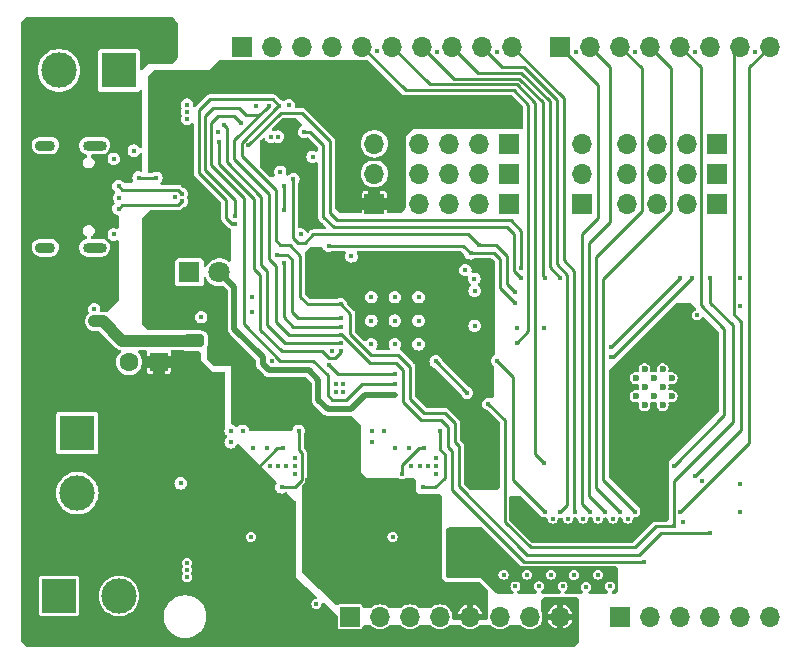
<source format=gbr>
%TF.GenerationSoftware,KiCad,Pcbnew,7.0.1*%
%TF.CreationDate,2023-08-18T21:24:28+01:00*%
%TF.ProjectId,101 PCB,31303120-5043-4422-9e6b-696361645f70,rev?*%
%TF.SameCoordinates,Original*%
%TF.FileFunction,Copper,L4,Bot*%
%TF.FilePolarity,Positive*%
%FSLAX46Y46*%
G04 Gerber Fmt 4.6, Leading zero omitted, Abs format (unit mm)*
G04 Created by KiCad (PCBNEW 7.0.1) date 2023-08-18 21:24:28*
%MOMM*%
%LPD*%
G01*
G04 APERTURE LIST*
%TA.AperFunction,ComponentPad*%
%ADD10R,1.700000X1.700000*%
%TD*%
%TA.AperFunction,ComponentPad*%
%ADD11O,1.700000X1.700000*%
%TD*%
%TA.AperFunction,ComponentPad*%
%ADD12R,3.000000X3.000000*%
%TD*%
%TA.AperFunction,ComponentPad*%
%ADD13C,3.000000*%
%TD*%
%TA.AperFunction,ComponentPad*%
%ADD14O,2.000000X0.900000*%
%TD*%
%TA.AperFunction,ComponentPad*%
%ADD15O,1.700000X0.900000*%
%TD*%
%TA.AperFunction,HeatsinkPad*%
%ADD16C,0.600000*%
%TD*%
%TA.AperFunction,ComponentPad*%
%ADD17R,1.600000X1.600000*%
%TD*%
%TA.AperFunction,ComponentPad*%
%ADD18C,1.600000*%
%TD*%
%TA.AperFunction,ComponentPad*%
%ADD19R,1.800000X1.800000*%
%TD*%
%TA.AperFunction,ComponentPad*%
%ADD20C,1.800000*%
%TD*%
%TA.AperFunction,ViaPad*%
%ADD21C,0.450000*%
%TD*%
%TA.AperFunction,Conductor*%
%ADD22C,0.250000*%
%TD*%
%TA.AperFunction,Conductor*%
%ADD23C,0.500000*%
%TD*%
%TA.AperFunction,Conductor*%
%ADD24C,1.000000*%
%TD*%
G04 APERTURE END LIST*
D10*
%TO.P,J1,1,Pin_1*%
%TO.N,SCL*%
X126460000Y-65001000D03*
D11*
%TO.P,J1,2,Pin_2*%
%TO.N,SDA*%
X129000000Y-65001000D03*
%TO.P,J1,3,Pin_3*%
%TO.N,+3.3V*%
X131540000Y-65001000D03*
%TO.P,J1,4,Pin_4*%
%TO.N,GND*%
X134080000Y-65001000D03*
%TO.P,J1,5,Pin_5*%
%TO.N,GPIO13*%
X136620000Y-65001000D03*
%TO.P,J1,6,Pin_6*%
%TO.N,GPIO2*%
X139160000Y-65001000D03*
%TO.P,J1,7,Pin_7*%
%TO.N,GPIO12*%
X141700000Y-65001000D03*
%TO.P,J1,8,Pin_8*%
%TO.N,GPIO14*%
X144240000Y-65001000D03*
%TO.P,J1,9,Pin_9*%
%TO.N,GPIO4*%
X146780000Y-65001000D03*
%TO.P,J1,10,Pin_10*%
%TO.N,GPIO16*%
X149320000Y-65001000D03*
%TD*%
D10*
%TO.P,J5,1,Pin_1*%
%TO.N,GPIO15*%
X158455000Y-113260000D03*
D11*
%TO.P,J5,2,Pin_2*%
%TO.N,GPIO27*%
X160995000Y-113260000D03*
%TO.P,J5,3,Pin_3*%
%TO.N,GPIO26*%
X163535000Y-113260000D03*
%TO.P,J5,4,Pin_4*%
%TO.N,GPIO25*%
X166075000Y-113260000D03*
%TO.P,J5,5,Pin_5*%
%TO.N,GPIO33*%
X168615000Y-113260000D03*
%TO.P,J5,6,Pin_6*%
%TO.N,GPIO32*%
X171155000Y-113260000D03*
%TD*%
D10*
%TO.P,J4,1,Pin_1*%
%TO.N,unconnected-(J4-Pin_1-Pad1)*%
X135597000Y-113264000D03*
D11*
%TO.P,J4,2,Pin_2*%
%TO.N,+3.3V*%
X138137000Y-113264000D03*
%TO.P,J4,3,Pin_3*%
%TO.N,EN*%
X140677000Y-113264000D03*
%TO.P,J4,4,Pin_4*%
%TO.N,+3.3V*%
X143217000Y-113264000D03*
%TO.P,J4,5,Pin_5*%
%TO.N,+5V*%
X145757000Y-113264000D03*
%TO.P,J4,6,Pin_6*%
%TO.N,GND*%
X148297000Y-113264000D03*
%TO.P,J4,7,Pin_7*%
X150837000Y-113264000D03*
%TO.P,J4,8,Pin_8*%
%TO.N,VIN*%
X153377000Y-113264000D03*
%TD*%
D10*
%TO.P,J3,1,Pin_1*%
%TO.N,GPIO17*%
X153382000Y-65003000D03*
D11*
%TO.P,J3,2,Pin_2*%
%TO.N,GPIO5*%
X155922000Y-65003000D03*
%TO.P,J3,3,Pin_3*%
%TO.N,GPIO18*%
X158462000Y-65003000D03*
%TO.P,J3,4,Pin_4*%
%TO.N,GPIO19*%
X161002000Y-65003000D03*
%TO.P,J3,5,Pin_5*%
%TO.N,GPIO23*%
X163542000Y-65003000D03*
%TO.P,J3,6,Pin_6*%
%TO.N,IO0*%
X166082000Y-65003000D03*
%TO.P,J3,7,Pin_7*%
%TO.N,ESP32_TX*%
X168622000Y-65003000D03*
%TO.P,J3,8,Pin_8*%
%TO.N,ESP32_RX*%
X171162000Y-65003000D03*
%TD*%
D12*
%TO.P,J110,1,Pin_1*%
%TO.N,+BATT*%
X112500000Y-97710000D03*
D13*
%TO.P,J110,2,Pin_2*%
%TO.N,GND*%
X112500000Y-102790000D03*
%TD*%
D10*
%TO.P,J106,1,Pin_1*%
%TO.N,VDDIO1*%
X166630000Y-75750000D03*
D11*
%TO.P,J106,2,Pin_2*%
X164090000Y-75750000D03*
%TO.P,J106,3,Pin_3*%
X161550000Y-75750000D03*
%TO.P,J106,4,Pin_4*%
X159010000Y-75750000D03*
%TD*%
D14*
%TO.P,J101,S1,SHIELD*%
%TO.N,unconnected-(J101-SHIELD-PadS1)*%
X113970000Y-73375000D03*
%TO.P,J101,S2,SHIELD*%
%TO.N,unconnected-(J101-SHIELD-PadS2)*%
X113970000Y-82025000D03*
D15*
%TO.P,J101,S3,SHIELD*%
%TO.N,unconnected-(J101-SHIELD-PadS3)*%
X109800000Y-73375000D03*
%TO.P,J101,S4,SHIELD*%
%TO.N,unconnected-(J101-SHIELD-PadS4)*%
X109800000Y-82025000D03*
%TD*%
D10*
%TO.P,J108,1,Pin_1*%
%TO.N,GND*%
X166630000Y-73210000D03*
D11*
%TO.P,J108,2,Pin_2*%
X164090000Y-73210000D03*
%TO.P,J108,3,Pin_3*%
X161550000Y-73210000D03*
%TO.P,J108,4,Pin_4*%
X159010000Y-73210000D03*
%TD*%
D10*
%TO.P,J109,1,Pin_1*%
%TO.N,GND*%
X149090000Y-73210000D03*
D11*
%TO.P,J109,2,Pin_2*%
X146550000Y-73210000D03*
%TO.P,J109,3,Pin_3*%
X144010000Y-73210000D03*
%TO.P,J109,4,Pin_4*%
X141470000Y-73210000D03*
%TD*%
D10*
%TO.P,JP102,1,A*%
%TO.N,+5V*%
X137660000Y-78290000D03*
D11*
%TO.P,JP102,2,C*%
%TO.N,VDDIO2*%
X137660000Y-75750000D03*
%TO.P,JP102,3,B*%
%TO.N,VIN*%
X137660000Y-73210000D03*
%TD*%
D16*
%TO.P,U101,39,GND*%
%TO.N,GND*%
X162057500Y-92295000D03*
X160532500Y-92295000D03*
X162820000Y-93057500D03*
X161295000Y-93057500D03*
X159770000Y-93057500D03*
X162057500Y-93820000D03*
X160532500Y-93820000D03*
X162820000Y-94582500D03*
X161295000Y-94582500D03*
X159770000Y-94582500D03*
X162057500Y-95345000D03*
X160532500Y-95345000D03*
%TD*%
D17*
%TO.P,C119,1*%
%TO.N,VIN*%
X119405113Y-91700000D03*
D18*
%TO.P,C119,2*%
%TO.N,GND*%
X116905113Y-91700000D03*
%TD*%
D10*
%TO.P,J105,1,Pin_1*%
%TO.N,S4*%
X149090000Y-78290000D03*
D11*
%TO.P,J105,2,Pin_2*%
%TO.N,S5*%
X146550000Y-78290000D03*
%TO.P,J105,3,Pin_3*%
%TO.N,S6*%
X144010000Y-78290000D03*
%TO.P,J105,4,Pin_4*%
%TO.N,S7*%
X141470000Y-78290000D03*
%TD*%
D12*
%TO.P,J102,1,Pin_1*%
%TO.N,/M1_OUT1*%
X110960000Y-111500000D03*
D13*
%TO.P,J102,2,Pin_2*%
%TO.N,/M1_OUT2*%
X116040000Y-111500000D03*
%TD*%
D10*
%TO.P,J107,1,Pin_1*%
%TO.N,VDDIO2*%
X149090000Y-75750000D03*
D11*
%TO.P,J107,2,Pin_2*%
X146550000Y-75750000D03*
%TO.P,J107,3,Pin_3*%
X144010000Y-75750000D03*
%TO.P,J107,4,Pin_4*%
X141470000Y-75750000D03*
%TD*%
D10*
%TO.P,J104,1,Pin_1*%
%TO.N,S0*%
X166630000Y-78290000D03*
D11*
%TO.P,J104,2,Pin_2*%
%TO.N,S1*%
X164090000Y-78290000D03*
%TO.P,J104,3,Pin_3*%
%TO.N,S2*%
X161550000Y-78290000D03*
%TO.P,J104,4,Pin_4*%
%TO.N,S3*%
X159010000Y-78290000D03*
%TD*%
D10*
%TO.P,JP101,1,A*%
%TO.N,+5V*%
X155200000Y-78290000D03*
D11*
%TO.P,JP101,2,C*%
%TO.N,VDDIO1*%
X155200000Y-75750000D03*
%TO.P,JP101,3,B*%
%TO.N,VIN*%
X155200000Y-73210000D03*
%TD*%
D12*
%TO.P,J103,1,Pin_1*%
%TO.N,/M2_OUT1*%
X116040000Y-67000000D03*
D13*
%TO.P,J103,2,Pin_2*%
%TO.N,/M2_OUT2*%
X110960000Y-67000000D03*
%TD*%
D19*
%TO.P,D1,1,K*%
%TO.N,/STM_LED_K*%
X122000000Y-84100000D03*
D20*
%TO.P,D1,2,A*%
%TO.N,/STM_LED_A*%
X124540000Y-84100000D03*
%TD*%
D21*
%TO.N,GND*%
X127659000Y-70041000D03*
X130425000Y-69956000D03*
%TO.N,CC1*%
X117700000Y-76075500D03*
X119200000Y-76100000D03*
X130000000Y-78800000D03*
X134800000Y-88700000D03*
X130000000Y-83300000D03*
X130000000Y-76800000D03*
%TO.N,CC2*%
X129400000Y-82600000D03*
X134800000Y-88000000D03*
%TO.N,NRST*%
X139400000Y-92700000D03*
X133803000Y-91925000D03*
%TO.N,VBUS{slash}11*%
X149600000Y-85800000D03*
X130800000Y-76200000D03*
X157700000Y-90437844D03*
X163555000Y-84582844D03*
X146500000Y-81800000D03*
%TO.N,GND*%
X117300000Y-73800000D03*
X168635000Y-86926498D03*
X120747361Y-77747361D03*
X127315625Y-86179000D03*
X135720000Y-82755604D03*
X128900000Y-72612500D03*
X134050513Y-90783451D03*
X155300000Y-104950000D03*
X148051000Y-65448000D03*
X125500000Y-97500000D03*
X140800000Y-100500000D03*
X115600000Y-74500000D03*
X130900000Y-100500000D03*
X128600000Y-99000000D03*
X145357567Y-83902916D03*
X146143293Y-88617500D03*
X159100000Y-104950000D03*
X130900000Y-99800000D03*
X155550000Y-110750000D03*
X125500000Y-98500000D03*
X137500000Y-97500000D03*
X154550000Y-109750000D03*
X139400000Y-86200000D03*
X126500000Y-97500000D03*
X129500000Y-100500000D03*
X137901000Y-65398000D03*
X152600000Y-109700000D03*
X132750000Y-112179633D03*
X149600000Y-110700000D03*
X137500000Y-98500000D03*
X127330513Y-87449000D03*
X130900000Y-101200000D03*
X149712052Y-88790000D03*
X121250000Y-101965208D03*
X139400000Y-88200000D03*
X138500000Y-97500000D03*
X132426407Y-74330000D03*
X142900000Y-100500000D03*
X129500000Y-72612500D03*
X127400000Y-99000000D03*
X148600000Y-109700000D03*
X121800000Y-109300000D03*
X128963229Y-91636771D03*
X168635000Y-104428589D03*
X152000000Y-88790000D03*
X134400000Y-93600000D03*
X154697000Y-65454000D03*
X134400000Y-94200000D03*
X152750000Y-104950000D03*
X141400000Y-88200000D03*
X154050000Y-104950000D03*
X137400000Y-88200000D03*
X159751000Y-65448000D03*
X142900000Y-99800000D03*
X141400000Y-86200000D03*
X165000000Y-87750000D03*
X168635000Y-84569199D03*
X141500000Y-100500000D03*
X146123176Y-84637500D03*
X156600000Y-104950000D03*
X164801000Y-65448000D03*
X141400000Y-90200000D03*
X139400000Y-99000000D03*
X139400000Y-90200000D03*
X163750000Y-105250000D03*
X168635000Y-102066274D03*
X135000000Y-93600000D03*
X128800000Y-100500000D03*
X130200000Y-100500000D03*
X157600000Y-110700000D03*
X135000000Y-94200000D03*
X139200000Y-106500000D03*
X123000000Y-87900000D03*
X140600000Y-99000000D03*
X156600000Y-109700000D03*
X157850000Y-104950000D03*
X115600000Y-80900000D03*
X137400000Y-86200000D03*
X150600000Y-109700000D03*
X169901000Y-65448000D03*
X146142473Y-85660443D03*
X121800000Y-71100000D03*
X124450000Y-72250000D03*
X142200000Y-100500000D03*
X142900000Y-101200000D03*
X121800000Y-69900000D03*
X137400000Y-90200000D03*
X129677638Y-75592170D03*
X121800000Y-70500000D03*
X151600000Y-110700000D03*
X113933210Y-87250000D03*
X165374500Y-101750000D03*
X153600000Y-110700000D03*
X116049500Y-77800000D03*
X142951000Y-65448000D03*
X121800000Y-108700000D03*
X127200000Y-106500000D03*
X121800000Y-109900000D03*
X131410000Y-80900000D03*
%TO.N,/5V_SW*%
X131258156Y-97520000D03*
X129800000Y-102300000D03*
%TO.N,+5V*%
X148700000Y-71500000D03*
X135100000Y-102300000D03*
X146700000Y-70500000D03*
X147700000Y-70500000D03*
X135100000Y-103300000D03*
X135100000Y-105300000D03*
X135100000Y-104300000D03*
X148700000Y-69500000D03*
X133100000Y-102300000D03*
X146700000Y-71500000D03*
X148700000Y-70500000D03*
X149700000Y-70500000D03*
X147700000Y-71500000D03*
X134100000Y-102300000D03*
X147700000Y-69500000D03*
X146700000Y-69500000D03*
X149700000Y-71500000D03*
%TO.N,/3V3_SW*%
X143258156Y-97520000D03*
X141800000Y-102300000D03*
%TO.N,+3.3V*%
X121800000Y-90200000D03*
X132400000Y-78700000D03*
X146200000Y-100000000D03*
X123000000Y-89600000D03*
X166500000Y-89250000D03*
X145200000Y-108200000D03*
X144400000Y-83900000D03*
X132400000Y-80100000D03*
X160600000Y-104700000D03*
X159000000Y-106000000D03*
X132400000Y-79400000D03*
X134500000Y-82900000D03*
X134500000Y-83900000D03*
X150000000Y-104000000D03*
X121800000Y-89600000D03*
X152000000Y-106000000D03*
X130200000Y-71200000D03*
X131300000Y-75300000D03*
X113952329Y-88250000D03*
X152600000Y-110700000D03*
X149600000Y-109700000D03*
X146145507Y-86619014D03*
X132300000Y-76500000D03*
X133500000Y-83900000D03*
X157000000Y-106000000D03*
X123000000Y-90200000D03*
X164200000Y-87100000D03*
X148600000Y-110700000D03*
X132300000Y-75500000D03*
X133100000Y-80100000D03*
X128720000Y-75592033D03*
X144200000Y-108200000D03*
X154000000Y-106000000D03*
X150600000Y-110700000D03*
X122400000Y-90200000D03*
X131700000Y-79400000D03*
X157600000Y-109700000D03*
X151600000Y-109700000D03*
X146200000Y-99100000D03*
X146200000Y-100900000D03*
X151000000Y-105000000D03*
X132439493Y-73370000D03*
X146200000Y-101800000D03*
X132500000Y-83900000D03*
X156600000Y-110700000D03*
X130700000Y-74800000D03*
X144200000Y-107200000D03*
X133500000Y-82900000D03*
X146200000Y-98200000D03*
X122400000Y-89600000D03*
X136680000Y-82767611D03*
X130600000Y-74100000D03*
X154600000Y-110700000D03*
X163300000Y-87100000D03*
X145200000Y-107200000D03*
X156000000Y-106000000D03*
X151000000Y-106000000D03*
X159900000Y-105500000D03*
X161400000Y-104700000D03*
X146200000Y-106200000D03*
X155600000Y-109700000D03*
X145300000Y-97400000D03*
X114653545Y-88250000D03*
X145200000Y-106200000D03*
X153000000Y-106000000D03*
X165750000Y-88500000D03*
X155000000Y-106000000D03*
X145300000Y-98200000D03*
X150000000Y-105000000D03*
X158000000Y-106000000D03*
X132500000Y-82900000D03*
X144200000Y-106200000D03*
X131700000Y-80100000D03*
X153600000Y-109700000D03*
X131700000Y-78700000D03*
X146200000Y-107200000D03*
%TO.N,USB_DP*%
X121353453Y-78099999D03*
X116000000Y-78700000D03*
%TO.N,USB_DN*%
X121353453Y-77449999D03*
X116000000Y-76800000D03*
%TO.N,EN*%
X166095582Y-84575867D03*
X163000000Y-105600000D03*
X147320000Y-95250000D03*
%TO.N,SDA*%
X125900000Y-79300000D03*
X128700000Y-70000000D03*
X160485000Y-108600000D03*
X134800000Y-89400000D03*
%TO.N,SCL*%
X166095000Y-106200000D03*
X134800000Y-86800000D03*
X125900000Y-80000000D03*
X129587500Y-70000000D03*
%TO.N,IMU_INT1*%
X150100000Y-83700000D03*
X126962500Y-73350000D03*
%TO.N,IMU_INT2*%
X131700000Y-72212500D03*
X150100000Y-84600000D03*
%TO.N,ESP32_RX*%
X163555000Y-104432301D03*
%TO.N,ESP32_TX*%
X164825000Y-101312197D03*
%TO.N,GPIO5*%
X157205000Y-104423128D03*
%TO.N,GPIO23*%
X163000000Y-100500000D03*
%TO.N,GPIO19*%
X159745000Y-104426075D03*
%TO.N,GPIO18*%
X158475000Y-104421663D03*
%TO.N,GPIO14*%
X153395000Y-84570217D03*
%TO.N,GPIO12*%
X152125000Y-84579888D03*
%TO.N,GPIO13*%
X149696709Y-90059341D03*
%TO.N,GPIO2*%
X152045825Y-100220000D03*
%TO.N,IO0*%
X148050000Y-91600000D03*
X152125000Y-104427058D03*
%TO.N,GPIO4*%
X153395000Y-104430948D03*
%TO.N,GPIO16*%
X154665000Y-104426314D03*
%TO.N,GPIO17*%
X155935000Y-104427779D03*
%TO.N,MOTOR_SLEEP*%
X139400000Y-93600000D03*
X126400000Y-71500000D03*
%TO.N,M2_IN2*%
X124900000Y-71600000D03*
X134800000Y-90100000D03*
%TO.N,M2_IN1*%
X134800000Y-90800000D03*
X124500000Y-73100000D03*
%TO.N,/STM_LED_A*%
X139400000Y-94500000D03*
%TO.N,VIN*%
X111500000Y-92500000D03*
X129888850Y-98972203D03*
X140000000Y-101200000D03*
X119250000Y-65500000D03*
X119250000Y-64500000D03*
X114500000Y-92500000D03*
X118250000Y-63500000D03*
X116000000Y-94000000D03*
X120250000Y-64500000D03*
X120250000Y-63500000D03*
X117500000Y-94000000D03*
X113000000Y-94000000D03*
X111500000Y-94000000D03*
X117250000Y-63500000D03*
X120250000Y-65500000D03*
X114500000Y-94000000D03*
X119250000Y-63500000D03*
X113000000Y-92500000D03*
X116250000Y-63500000D03*
X141888850Y-98972203D03*
%TO.N,/STM32_EN*%
X142850000Y-91650000D03*
X145500000Y-94300000D03*
%TO.N,VIN{slash}11*%
X133790000Y-81880000D03*
X164591790Y-84574456D03*
X145800000Y-82500000D03*
X157700000Y-91283123D03*
X149600000Y-86700000D03*
%TD*%
D22*
%TO.N,SDA*%
X123300000Y-70900000D02*
X123300000Y-75400000D01*
X123300000Y-75400000D02*
X125900000Y-78000000D01*
X123981000Y-70219000D02*
X123300000Y-70900000D01*
X126181000Y-70219000D02*
X123981000Y-70219000D01*
X125900000Y-78000000D02*
X125900000Y-79300000D01*
X126751000Y-70789000D02*
X126181000Y-70219000D01*
X127911000Y-70789000D02*
X126751000Y-70789000D01*
X128700000Y-70000000D02*
X127911000Y-70789000D01*
%TO.N,GPIO2*%
X149700000Y-68200000D02*
X151300000Y-69800000D01*
X151300000Y-99474175D02*
X152045825Y-100220000D01*
X142359000Y-68200000D02*
X149700000Y-68200000D01*
X151300000Y-69800000D02*
X151300000Y-99474175D01*
X139160000Y-65001000D02*
X142359000Y-68200000D01*
%TO.N,GPIO13*%
X150700000Y-69900000D02*
X149500000Y-68700000D01*
X149500000Y-68700000D02*
X140319000Y-68700000D01*
X140319000Y-68700000D02*
X136620000Y-65001000D01*
X150700000Y-89056050D02*
X150700000Y-69900000D01*
X149696709Y-90059341D02*
X150700000Y-89056050D01*
%TO.N,GPIO12*%
X149900000Y-67700000D02*
X151900000Y-69700000D01*
X151900000Y-69700000D02*
X151900000Y-84354888D01*
X144399000Y-67700000D02*
X149900000Y-67700000D01*
X141700000Y-65001000D02*
X144399000Y-67700000D01*
X151900000Y-84354888D02*
X152125000Y-84579888D01*
%TO.N,GPIO14*%
X152500000Y-69600000D02*
X152500000Y-83675217D01*
X150100000Y-67200000D02*
X152500000Y-69600000D01*
X152500000Y-83675217D02*
X153395000Y-84570217D01*
X146439000Y-67200000D02*
X150100000Y-67200000D01*
X144240000Y-65001000D02*
X146439000Y-67200000D01*
%TO.N,GPIO4*%
X154000000Y-84300000D02*
X154000000Y-103825948D01*
X153100000Y-69500000D02*
X153100000Y-83400000D01*
X154000000Y-103825948D02*
X153395000Y-104430948D01*
X148479000Y-66700000D02*
X150300000Y-66700000D01*
X146780000Y-65001000D02*
X148479000Y-66700000D01*
X150300000Y-66700000D02*
X153100000Y-69500000D01*
X153100000Y-83400000D02*
X154000000Y-84300000D01*
%TO.N,GPIO16*%
X154600000Y-84000000D02*
X154600000Y-104361314D01*
X153700000Y-83100000D02*
X154600000Y-84000000D01*
X153700000Y-69381000D02*
X153700000Y-83100000D01*
X149320000Y-65001000D02*
X153700000Y-69381000D01*
X154600000Y-104361314D02*
X154665000Y-104426314D01*
%TO.N,ESP32_TX*%
X168085000Y-65540000D02*
X168622000Y-65003000D01*
X168085000Y-87669658D02*
X168085000Y-65540000D01*
X168700000Y-97437197D02*
X168700000Y-88284658D01*
X168700000Y-88284658D02*
X168085000Y-87669658D01*
X164825000Y-101312197D02*
X168700000Y-97437197D01*
%TO.N,GPIO23*%
X167300000Y-88900000D02*
X165300000Y-86900000D01*
X167300000Y-96200000D02*
X167300000Y-88900000D01*
X165300000Y-66761000D02*
X163542000Y-65003000D01*
X163000000Y-100500000D02*
X167300000Y-96200000D01*
X165300000Y-86900000D02*
X165300000Y-66761000D01*
%TO.N,GPIO19*%
X157000000Y-84700000D02*
X157000000Y-101681075D01*
X162800000Y-66801000D02*
X162800000Y-78900000D01*
X161000000Y-65001000D02*
X162800000Y-66801000D01*
X162800000Y-78900000D02*
X157000000Y-84700000D01*
X157000000Y-101681075D02*
X159745000Y-104426075D01*
%TO.N,GPIO18*%
X160300000Y-66841000D02*
X158460000Y-65001000D01*
X160300000Y-78900000D02*
X160300000Y-66841000D01*
X156400000Y-82800000D02*
X160300000Y-78900000D01*
X156400000Y-102346663D02*
X156400000Y-82800000D01*
X158475000Y-104421663D02*
X156400000Y-102346663D01*
%TO.N,GPIO5*%
X157600000Y-79850000D02*
X157600000Y-66681000D01*
X157600000Y-66681000D02*
X155920000Y-65001000D01*
X155800000Y-81650000D02*
X157600000Y-79850000D01*
X155800000Y-103018128D02*
X155800000Y-81650000D01*
X157205000Y-104423128D02*
X155800000Y-103018128D01*
%TO.N,GPIO17*%
X156600000Y-79500000D02*
X156600000Y-68220000D01*
X155200000Y-103692779D02*
X155200000Y-80900000D01*
X155935000Y-104427779D02*
X155200000Y-103692779D01*
X155200000Y-80900000D02*
X156600000Y-79500000D01*
X156600000Y-68220000D02*
X153383000Y-65003000D01*
%TO.N,CC1*%
X130000000Y-87900000D02*
X130800000Y-88700000D01*
X130000000Y-78800000D02*
X130000000Y-76800000D01*
X117724500Y-76100000D02*
X117700000Y-76075500D01*
X130000000Y-83300000D02*
X130000000Y-87900000D01*
X119200000Y-76100000D02*
X117724500Y-76100000D01*
X130800000Y-88700000D02*
X134800000Y-88700000D01*
%TO.N,CC2*%
X130700000Y-87500000D02*
X131200000Y-88000000D01*
X130300000Y-82600000D02*
X130700000Y-83000000D01*
X131200000Y-88000000D02*
X134800000Y-88000000D01*
X129400000Y-82600000D02*
X130300000Y-82600000D01*
X130700000Y-83000000D02*
X130700000Y-87500000D01*
%TO.N,NRST*%
X134578000Y-92700000D02*
X139400000Y-92700000D01*
X133803000Y-91925000D02*
X134578000Y-92700000D01*
%TO.N,VBUS{slash}11*%
X131200000Y-81600000D02*
X130800000Y-81200000D01*
X131800000Y-81600000D02*
X131200000Y-81600000D01*
X148900000Y-85100000D02*
X149600000Y-85800000D01*
X148000000Y-81800000D02*
X148900000Y-82700000D01*
X148900000Y-82700000D02*
X148900000Y-85100000D01*
X157700000Y-90437844D02*
X163555000Y-84582844D01*
X146500000Y-81800000D02*
X148000000Y-81800000D01*
X146500000Y-81800000D02*
X145600000Y-80900000D01*
X130800000Y-81200000D02*
X130800000Y-76200000D01*
X132500000Y-80900000D02*
X131800000Y-81600000D01*
X145600000Y-80900000D02*
X132500000Y-80900000D01*
%TO.N,/5V_SW*%
X130900000Y-102300000D02*
X129800000Y-102300000D01*
X131500000Y-101700000D02*
X130900000Y-102300000D01*
X131500000Y-99400000D02*
X131500000Y-101700000D01*
X131258156Y-99158156D02*
X131500000Y-99400000D01*
X131258156Y-97520000D02*
X131258156Y-99158156D01*
%TO.N,+5V*%
X136900000Y-74500000D02*
X138600000Y-74500000D01*
%TO.N,/3V3_SW*%
X143600000Y-101500000D02*
X142800000Y-102300000D01*
X143600000Y-99500000D02*
X143600000Y-101500000D01*
X143258156Y-99158156D02*
X143600000Y-99500000D01*
X142800000Y-102300000D02*
X141800000Y-102300000D01*
X143258156Y-97520000D02*
X143258156Y-99158156D01*
D23*
%TO.N,+3.3V*%
X121800000Y-90200000D02*
X121800000Y-89900000D01*
D24*
X116303545Y-89900000D02*
X114653545Y-88250000D01*
X121800000Y-89900000D02*
X116303545Y-89900000D01*
D23*
X121800000Y-90200000D02*
X122400000Y-89600000D01*
D24*
X114653545Y-88250000D02*
X113952329Y-88250000D01*
D23*
X123000000Y-90200000D02*
X122400000Y-90200000D01*
X122400000Y-90200000D02*
X121800000Y-90200000D01*
X121800000Y-89600000D02*
X122400000Y-89600000D01*
X123000000Y-89600000D02*
X122400000Y-89600000D01*
X123000000Y-90200000D02*
X123000000Y-89600000D01*
X122400000Y-90200000D02*
X121800000Y-89600000D01*
X121800000Y-89900000D02*
X121800000Y-89600000D01*
X122400000Y-90200000D02*
X123000000Y-89600000D01*
D22*
%TO.N,USB_DP*%
X116300000Y-78400000D02*
X116000000Y-78700000D01*
X121353453Y-78099999D02*
X121053452Y-78400000D01*
X121053452Y-78400000D02*
X116300000Y-78400000D01*
%TO.N,USB_DN*%
X116000000Y-76800000D02*
X116000000Y-76825000D01*
X116300000Y-77100000D02*
X116000000Y-76800000D01*
X121003454Y-77100000D02*
X116300000Y-77100000D01*
X121353453Y-77449999D02*
X121003454Y-77100000D01*
%TO.N,EN*%
X148700000Y-105200000D02*
X148700000Y-96630000D01*
X168000000Y-96800000D02*
X168000000Y-88600000D01*
X166095000Y-86695000D02*
X166095000Y-84505000D01*
X163000000Y-105600000D02*
X161500000Y-105600000D01*
X161500000Y-105600000D02*
X159700000Y-107400000D01*
X163000000Y-101800000D02*
X168000000Y-96800000D01*
X159700000Y-107400000D02*
X150900000Y-107400000D01*
X163000000Y-105600000D02*
X163000000Y-101800000D01*
X168000000Y-88600000D02*
X166095000Y-86695000D01*
X148700000Y-96630000D02*
X147320000Y-95250000D01*
X150900000Y-107400000D02*
X148700000Y-105200000D01*
%TO.N,SDA*%
X140100000Y-92400000D02*
X139500000Y-91800000D01*
X150300000Y-108600000D02*
X144200000Y-102500000D01*
X160485000Y-108600000D02*
X150300000Y-108600000D01*
X129300000Y-83600000D02*
X128700000Y-83000000D01*
X134877818Y-89400000D02*
X134800000Y-89400000D01*
X137277818Y-91800000D02*
X134877818Y-89400000D01*
X134800000Y-89400000D02*
X130400000Y-89400000D01*
X128700000Y-83000000D02*
X128700000Y-77450000D01*
X140100000Y-95100000D02*
X140100000Y-92400000D01*
X129300000Y-88300000D02*
X129300000Y-83600000D01*
X144200000Y-99200000D02*
X143900000Y-98900000D01*
X125800000Y-74550000D02*
X125800000Y-72900000D01*
X139500000Y-91800000D02*
X137277818Y-91800000D01*
X143300000Y-96600000D02*
X141600000Y-96600000D01*
X128700000Y-77450000D02*
X125800000Y-74550000D01*
X144200000Y-102500000D02*
X144200000Y-99200000D01*
X143900000Y-98900000D02*
X143900000Y-97200000D01*
X125800000Y-72900000D02*
X128700000Y-70000000D01*
X141600000Y-96600000D02*
X140100000Y-95100000D01*
X130400000Y-89400000D02*
X129300000Y-88300000D01*
X143900000Y-97200000D02*
X143300000Y-96600000D01*
%TO.N,SCL*%
X129037500Y-69450000D02*
X123750000Y-69450000D01*
X131400000Y-86200000D02*
X131400000Y-82700000D01*
X129300000Y-81400000D02*
X129300000Y-77100000D01*
X122800000Y-75700000D02*
X125100000Y-78000000D01*
X141900000Y-96000000D02*
X140700000Y-94800000D01*
X140700000Y-92100000D02*
X139700000Y-91100000D01*
X144500000Y-96900000D02*
X143600000Y-96000000D01*
X161900000Y-106200000D02*
X160100000Y-108000000D01*
X135600000Y-89300000D02*
X135600000Y-87600000D01*
X160100000Y-108000000D02*
X150600000Y-108000000D01*
X125600000Y-80000000D02*
X125900000Y-80000000D01*
X144800000Y-98800000D02*
X144500000Y-98500000D01*
X131400000Y-82700000D02*
X130500000Y-81800000D01*
X123750000Y-69450000D02*
X122800000Y-70400000D01*
X125100000Y-79500000D02*
X125600000Y-80000000D01*
X126412500Y-74212500D02*
X129300000Y-77100000D01*
X129700000Y-81800000D02*
X129300000Y-81400000D01*
X129587500Y-70000000D02*
X129534682Y-70000000D01*
X125100000Y-78000000D02*
X125100000Y-79500000D01*
X126412500Y-73122182D02*
X126412500Y-74212500D01*
X130500000Y-81800000D02*
X129700000Y-81800000D01*
X144500000Y-98500000D02*
X144500000Y-96900000D01*
X129534682Y-70000000D02*
X126412500Y-73122182D01*
X144800000Y-102200000D02*
X144800000Y-98800000D01*
X140700000Y-94800000D02*
X140700000Y-92100000D01*
X137400000Y-91100000D02*
X135600000Y-89300000D01*
X134800000Y-86800000D02*
X132000000Y-86800000D01*
X143600000Y-96000000D02*
X141900000Y-96000000D01*
X122800000Y-70400000D02*
X122800000Y-75700000D01*
X135600000Y-87600000D02*
X134800000Y-86800000D01*
X132000000Y-86800000D02*
X131400000Y-86200000D01*
X139700000Y-91100000D02*
X137400000Y-91100000D01*
X129587500Y-70000000D02*
X129037500Y-69450000D01*
X166095000Y-106200000D02*
X161900000Y-106200000D01*
X150600000Y-108000000D02*
X144800000Y-102200000D01*
%TO.N,IMU_INT1*%
X134500000Y-79700000D02*
X149200000Y-79700000D01*
X133900000Y-79100000D02*
X134500000Y-79700000D01*
X131500000Y-70600000D02*
X133900000Y-73000000D01*
X133900000Y-73000000D02*
X133900000Y-79100000D01*
X149200000Y-79700000D02*
X150100000Y-80600000D01*
X126962500Y-73350000D02*
X129712500Y-70600000D01*
X129712500Y-70600000D02*
X131500000Y-70600000D01*
X150100000Y-80600000D02*
X150100000Y-83700000D01*
%TO.N,IMU_INT2*%
X148900000Y-80300000D02*
X149500000Y-80900000D01*
X149500000Y-84000000D02*
X150100000Y-84600000D01*
X133300000Y-73300000D02*
X133300000Y-79400000D01*
X131700000Y-72212500D02*
X132212500Y-72212500D01*
X134200000Y-80300000D02*
X148900000Y-80300000D01*
X149500000Y-80900000D02*
X149500000Y-84000000D01*
X133300000Y-79400000D02*
X134200000Y-80300000D01*
X132212500Y-72212500D02*
X133300000Y-73300000D01*
%TO.N,ESP32_RX*%
X169400000Y-98587301D02*
X169400000Y-66760000D01*
X163555000Y-104432301D02*
X169400000Y-98587301D01*
X169400000Y-66760000D02*
X171160000Y-65000000D01*
%TO.N,IO0*%
X149400000Y-92950000D02*
X148050000Y-91600000D01*
X152125000Y-104427058D02*
X149400000Y-101702058D01*
X149400000Y-101702058D02*
X149400000Y-92950000D01*
%TO.N,MOTOR_SLEEP*%
X126600000Y-88496431D02*
X129703569Y-91600000D01*
X135300000Y-94900000D02*
X136600000Y-93600000D01*
X129703569Y-91600000D02*
X132500000Y-91600000D01*
X133700000Y-94500000D02*
X134100000Y-94900000D01*
X132500000Y-91600000D02*
X133700000Y-92800000D01*
X123800000Y-71500000D02*
X123800000Y-75050000D01*
X136600000Y-93600000D02*
X139400000Y-93600000D01*
X126400000Y-71500000D02*
X125800000Y-70900000D01*
X125800000Y-70900000D02*
X124400000Y-70900000D01*
X134100000Y-94900000D02*
X135300000Y-94900000D01*
X123800000Y-75050000D02*
X126600000Y-77850000D01*
X124400000Y-70900000D02*
X123800000Y-71500000D01*
X126600000Y-77850000D02*
X126600000Y-88496431D01*
X133700000Y-92800000D02*
X133700000Y-94500000D01*
%TO.N,M2_IN2*%
X128100000Y-77700000D02*
X125200000Y-74800000D01*
X125200000Y-74800000D02*
X125200000Y-71900000D01*
X128100000Y-83500000D02*
X128100000Y-77700000D01*
X125200000Y-71900000D02*
X124900000Y-71600000D01*
X128600000Y-88600000D02*
X128600000Y-84000000D01*
X130100000Y-90100000D02*
X128600000Y-88600000D01*
X134800000Y-90100000D02*
X130100000Y-90100000D01*
X128600000Y-84000000D02*
X128100000Y-83500000D01*
%TO.N,M2_IN1*%
X124500000Y-74900000D02*
X127500000Y-77900000D01*
X134311216Y-91350000D02*
X134800000Y-90861216D01*
X127500000Y-77900000D02*
X127500000Y-83800000D01*
X133800000Y-91350000D02*
X134311216Y-91350000D01*
X129800000Y-90800000D02*
X133250000Y-90800000D01*
X124500000Y-73100000D02*
X124500000Y-74900000D01*
X128000000Y-89000000D02*
X129800000Y-90800000D01*
X128000000Y-84300000D02*
X128000000Y-89000000D01*
X134800000Y-90861216D02*
X134800000Y-90800000D01*
X127500000Y-83800000D02*
X128000000Y-84300000D01*
X133250000Y-90800000D02*
X133800000Y-91350000D01*
D23*
%TO.N,/STM_LED_A*%
X128700000Y-92400000D02*
X132100000Y-92400000D01*
X125800000Y-88900000D02*
X128200000Y-91300000D01*
X135700000Y-95700000D02*
X136900000Y-94500000D01*
X132900000Y-93200000D02*
X132900000Y-94900000D01*
X132100000Y-92400000D02*
X132900000Y-93200000D01*
X128200000Y-91300000D02*
X128200000Y-91900000D01*
X133700000Y-95700000D02*
X135700000Y-95700000D01*
X128200000Y-91900000D02*
X128700000Y-92400000D01*
X124540000Y-84100000D02*
X125800000Y-85360000D01*
X132900000Y-94900000D02*
X133700000Y-95700000D01*
X136900000Y-94500000D02*
X139400000Y-94500000D01*
X125800000Y-85360000D02*
X125800000Y-88900000D01*
D22*
%TO.N,VIN*%
X141427797Y-98972203D02*
X141888850Y-98972203D01*
X140000000Y-101200000D02*
X140000000Y-100400000D01*
X129438888Y-98972203D02*
X129888850Y-98972203D01*
X140000000Y-100400000D02*
X141427797Y-98972203D01*
X127605546Y-100805545D02*
X129438888Y-98972203D01*
%TO.N,/STM32_EN*%
X145450000Y-94250000D02*
X145500000Y-94300000D01*
X145450000Y-94250000D02*
X142850000Y-91650000D01*
%TO.N,VIN{slash}11*%
X157700000Y-91283123D02*
X157883123Y-91283123D01*
X157883123Y-91283123D02*
X164591790Y-84574456D01*
X148300000Y-83000000D02*
X148300000Y-85400000D01*
X147800000Y-82500000D02*
X148300000Y-83000000D01*
X145800000Y-82500000D02*
X147800000Y-82500000D01*
X133790000Y-81880000D02*
X145180000Y-81880000D01*
X148300000Y-85400000D02*
X149600000Y-86700000D01*
X145180000Y-81880000D02*
X145800000Y-82500000D01*
%TD*%
%TA.AperFunction,Conductor*%
%TO.N,+3.3V*%
G36*
X133235507Y-82009439D02*
G01*
X133275736Y-82036319D01*
X133302615Y-82076548D01*
X133330975Y-82145018D01*
X133415208Y-82254791D01*
X133524979Y-82339022D01*
X133524982Y-82339024D01*
X133652817Y-82391974D01*
X133790000Y-82410035D01*
X133927183Y-82391974D01*
X134055018Y-82339024D01*
X134060208Y-82335041D01*
X134065314Y-82331124D01*
X134100942Y-82312081D01*
X134140800Y-82305500D01*
X135152062Y-82305500D01*
X135210515Y-82320142D01*
X135255164Y-82360609D01*
X135275465Y-82417345D01*
X135266623Y-82476952D01*
X135208026Y-82618420D01*
X135189965Y-82755604D01*
X135208025Y-82892784D01*
X135208025Y-82892786D01*
X135208026Y-82892787D01*
X135257394Y-83011974D01*
X135260977Y-83020624D01*
X135345208Y-83130395D01*
X135410059Y-83180157D01*
X135454982Y-83214628D01*
X135582817Y-83267578D01*
X135720000Y-83285639D01*
X135857183Y-83267578D01*
X135985018Y-83214628D01*
X136094791Y-83130395D01*
X136179024Y-83020622D01*
X136231974Y-82892787D01*
X136250035Y-82755604D01*
X136231974Y-82618421D01*
X136187090Y-82510060D01*
X136173377Y-82476952D01*
X136164535Y-82417345D01*
X136184836Y-82360609D01*
X136229485Y-82320142D01*
X136287938Y-82305500D01*
X144952390Y-82305500D01*
X144999843Y-82314939D01*
X145040071Y-82341819D01*
X145251073Y-82552821D01*
X145274603Y-82585656D01*
X145286330Y-82624312D01*
X145288024Y-82637180D01*
X145340975Y-82765018D01*
X145425208Y-82874791D01*
X145534979Y-82959022D01*
X145534982Y-82959024D01*
X145662817Y-83011974D01*
X145800000Y-83030035D01*
X145937183Y-83011974D01*
X146065018Y-82959024D01*
X146070208Y-82955041D01*
X146075314Y-82951124D01*
X146110942Y-82932081D01*
X146150800Y-82925500D01*
X147572390Y-82925500D01*
X147619843Y-82934939D01*
X147660071Y-82961819D01*
X147838181Y-83139929D01*
X147865061Y-83180157D01*
X147874500Y-83227610D01*
X147874500Y-85467393D01*
X147881962Y-85490359D01*
X147886502Y-85509270D01*
X147890281Y-85533126D01*
X147890281Y-85533127D01*
X147893354Y-85552525D01*
X147892946Y-85552589D01*
X147900000Y-85581970D01*
X147900000Y-91010481D01*
X147890561Y-91057934D01*
X147863680Y-91098163D01*
X147823454Y-91125040D01*
X147792105Y-91138026D01*
X147784983Y-91140976D01*
X147675209Y-91225209D01*
X147590974Y-91334985D01*
X147538026Y-91462816D01*
X147519965Y-91600000D01*
X147538025Y-91737180D01*
X147538025Y-91737182D01*
X147538026Y-91737183D01*
X147590940Y-91864930D01*
X147590977Y-91865020D01*
X147675206Y-91974788D01*
X147675207Y-91974789D01*
X147675209Y-91974791D01*
X147751489Y-92033323D01*
X147787212Y-92076853D01*
X147800000Y-92131697D01*
X147800000Y-94548638D01*
X147790561Y-94596091D01*
X147763680Y-94636320D01*
X147660577Y-94739421D01*
X147620349Y-94766300D01*
X147572898Y-94775739D01*
X147525446Y-94766301D01*
X147525444Y-94766300D01*
X147457183Y-94738026D01*
X147320000Y-94719965D01*
X147182816Y-94738026D01*
X147054985Y-94790974D01*
X146945209Y-94875209D01*
X146860974Y-94984985D01*
X146808026Y-95112816D01*
X146789965Y-95250000D01*
X146808025Y-95387180D01*
X146860977Y-95515020D01*
X146945208Y-95624791D01*
X147054979Y-95709022D01*
X147054982Y-95709024D01*
X147182817Y-95761974D01*
X147195682Y-95763667D01*
X147234339Y-95775393D01*
X147267177Y-95798925D01*
X148238181Y-96769929D01*
X148265061Y-96810157D01*
X148274500Y-96857610D01*
X148274500Y-102274138D01*
X148265061Y-102321591D01*
X148238181Y-102361819D01*
X148136319Y-102463681D01*
X148096091Y-102490561D01*
X148048638Y-102500000D01*
X145753110Y-102500000D01*
X145705657Y-102490561D01*
X145665429Y-102463681D01*
X145261819Y-102060071D01*
X145234939Y-102019843D01*
X145225500Y-101972390D01*
X145225500Y-98732608D01*
X145218039Y-98709648D01*
X145213495Y-98690719D01*
X145209719Y-98666874D01*
X145198757Y-98645361D01*
X145191308Y-98627377D01*
X145183849Y-98604419D01*
X145178758Y-98597412D01*
X145169655Y-98584883D01*
X145159495Y-98568304D01*
X145148528Y-98546780D01*
X145148526Y-98546778D01*
X145148525Y-98546776D01*
X145038996Y-98437247D01*
X145038989Y-98437242D01*
X144961818Y-98360070D01*
X144934939Y-98319841D01*
X144925500Y-98272389D01*
X144925500Y-96832608D01*
X144925500Y-96832607D01*
X144918037Y-96809642D01*
X144913495Y-96790719D01*
X144909719Y-96766874D01*
X144898757Y-96745361D01*
X144891308Y-96727377D01*
X144883849Y-96704419D01*
X144883848Y-96704418D01*
X144869655Y-96684883D01*
X144859495Y-96668304D01*
X144848528Y-96646780D01*
X144848526Y-96646778D01*
X144848525Y-96646776D01*
X144738995Y-96537246D01*
X144738988Y-96537241D01*
X144310963Y-96109216D01*
X143877194Y-95675446D01*
X143877193Y-95675445D01*
X143853220Y-95651471D01*
X143831703Y-95640508D01*
X143815111Y-95630340D01*
X143795582Y-95616151D01*
X143772616Y-95608689D01*
X143754638Y-95601242D01*
X143733128Y-95590282D01*
X143733127Y-95590281D01*
X143733126Y-95590281D01*
X143709270Y-95586502D01*
X143690359Y-95581962D01*
X143667393Y-95574500D01*
X143633488Y-95574500D01*
X142127610Y-95574500D01*
X142080157Y-95565061D01*
X142039929Y-95538181D01*
X141161819Y-94660071D01*
X141134939Y-94619843D01*
X141125500Y-94572390D01*
X141125500Y-92032609D01*
X141125500Y-92032607D01*
X141118036Y-92009636D01*
X141113495Y-91990720D01*
X141109719Y-91966873D01*
X141098758Y-91945362D01*
X141091313Y-91927390D01*
X141083850Y-91904420D01*
X141083848Y-91904418D01*
X141083848Y-91904416D01*
X141069655Y-91884881D01*
X141059488Y-91868290D01*
X141048529Y-91846781D01*
X141044162Y-91842414D01*
X140970658Y-91768910D01*
X140970656Y-91768907D01*
X140851748Y-91649999D01*
X142319965Y-91649999D01*
X142338025Y-91787180D01*
X142338025Y-91787182D01*
X142338026Y-91787183D01*
X142362712Y-91846781D01*
X142390977Y-91915020D01*
X142475208Y-92024791D01*
X142584979Y-92109022D01*
X142584982Y-92109024D01*
X142712817Y-92161974D01*
X142725682Y-92163667D01*
X142764339Y-92175393D01*
X142797177Y-92198925D01*
X144951073Y-94352821D01*
X144974603Y-94385656D01*
X144986330Y-94424312D01*
X144988024Y-94437180D01*
X145040975Y-94565018D01*
X145125208Y-94674791D01*
X145207617Y-94738026D01*
X145234982Y-94759024D01*
X145362817Y-94811974D01*
X145500000Y-94830035D01*
X145637183Y-94811974D01*
X145765018Y-94759024D01*
X145874791Y-94674791D01*
X145959024Y-94565018D01*
X146011974Y-94437183D01*
X146030035Y-94300000D01*
X146011974Y-94162817D01*
X145959024Y-94034983D01*
X145874791Y-93925209D01*
X145874789Y-93925207D01*
X145874788Y-93925206D01*
X145765018Y-93840975D01*
X145637180Y-93788024D01*
X145624312Y-93786330D01*
X145585656Y-93774603D01*
X145552821Y-93751073D01*
X143398925Y-91597177D01*
X143375393Y-91564339D01*
X143363667Y-91525680D01*
X143361974Y-91512817D01*
X143309024Y-91384983D01*
X143224791Y-91275209D01*
X143224789Y-91275207D01*
X143224788Y-91275206D01*
X143115020Y-91190977D01*
X143113340Y-91190281D01*
X142987183Y-91138026D01*
X142987182Y-91138025D01*
X142987180Y-91138025D01*
X142850000Y-91119965D01*
X142712816Y-91138026D01*
X142584985Y-91190974D01*
X142475209Y-91275209D01*
X142390974Y-91384985D01*
X142338026Y-91512816D01*
X142319965Y-91649999D01*
X140851748Y-91649999D01*
X140503960Y-91302211D01*
X139994634Y-90792886D01*
X139994633Y-90792884D01*
X139977194Y-90775446D01*
X139977194Y-90775445D01*
X139953220Y-90751472D01*
X139931702Y-90740508D01*
X139915111Y-90730340D01*
X139895583Y-90716151D01*
X139878940Y-90710744D01*
X139829005Y-90679917D01*
X139798837Y-90629582D01*
X139795192Y-90571012D01*
X139818883Y-90517328D01*
X139859024Y-90465018D01*
X139911974Y-90337183D01*
X139930035Y-90200000D01*
X140869965Y-90200000D01*
X140888025Y-90337180D01*
X140888025Y-90337182D01*
X140888026Y-90337183D01*
X140935365Y-90451472D01*
X140940977Y-90465020D01*
X141025208Y-90574791D01*
X141134979Y-90659022D01*
X141134982Y-90659024D01*
X141262817Y-90711974D01*
X141400000Y-90730035D01*
X141537183Y-90711974D01*
X141665018Y-90659024D01*
X141774791Y-90574791D01*
X141859024Y-90465018D01*
X141911974Y-90337183D01*
X141930035Y-90200000D01*
X141911974Y-90062817D01*
X141859024Y-89934983D01*
X141774791Y-89825209D01*
X141774789Y-89825207D01*
X141774788Y-89825206D01*
X141665020Y-89740977D01*
X141542627Y-89690281D01*
X141537183Y-89688026D01*
X141537182Y-89688025D01*
X141537180Y-89688025D01*
X141400000Y-89669965D01*
X141262816Y-89688026D01*
X141134985Y-89740974D01*
X141025209Y-89825209D01*
X140940974Y-89934985D01*
X140888026Y-90062816D01*
X140869965Y-90200000D01*
X139930035Y-90200000D01*
X139911974Y-90062817D01*
X139859024Y-89934983D01*
X139774791Y-89825209D01*
X139774789Y-89825207D01*
X139774788Y-89825206D01*
X139665020Y-89740977D01*
X139542627Y-89690281D01*
X139537183Y-89688026D01*
X139537182Y-89688025D01*
X139537180Y-89688025D01*
X139400000Y-89669965D01*
X139262816Y-89688026D01*
X139134985Y-89740974D01*
X139025209Y-89825209D01*
X138940974Y-89934985D01*
X138888026Y-90062816D01*
X138869965Y-90200000D01*
X138888025Y-90337180D01*
X138940976Y-90465018D01*
X138948646Y-90475013D01*
X138973673Y-90538345D01*
X138961482Y-90605344D01*
X138915751Y-90655801D01*
X138850270Y-90674500D01*
X137949730Y-90674500D01*
X137884249Y-90655801D01*
X137838518Y-90605344D01*
X137826327Y-90538345D01*
X137851354Y-90475013D01*
X137859024Y-90465018D01*
X137911974Y-90337183D01*
X137930035Y-90200000D01*
X137911974Y-90062817D01*
X137859024Y-89934983D01*
X137774791Y-89825209D01*
X137774789Y-89825207D01*
X137774788Y-89825206D01*
X137665020Y-89740977D01*
X137542627Y-89690281D01*
X137537183Y-89688026D01*
X137537182Y-89688025D01*
X137537180Y-89688025D01*
X137400000Y-89669965D01*
X137262816Y-89688026D01*
X137134985Y-89740974D01*
X137025206Y-89825211D01*
X136981790Y-89881792D01*
X136925825Y-89922827D01*
X136856576Y-89927366D01*
X136795734Y-89893986D01*
X136061819Y-89160071D01*
X136034939Y-89119843D01*
X136025500Y-89072390D01*
X136025500Y-88200000D01*
X136869965Y-88200000D01*
X136888025Y-88337180D01*
X136888025Y-88337182D01*
X136888026Y-88337183D01*
X136894364Y-88352485D01*
X136940977Y-88465020D01*
X137025208Y-88574791D01*
X137134979Y-88659022D01*
X137134982Y-88659024D01*
X137262817Y-88711974D01*
X137400000Y-88730035D01*
X137537183Y-88711974D01*
X137665018Y-88659024D01*
X137774791Y-88574791D01*
X137859024Y-88465018D01*
X137911974Y-88337183D01*
X137930035Y-88200000D01*
X138869965Y-88200000D01*
X138888025Y-88337180D01*
X138888025Y-88337182D01*
X138888026Y-88337183D01*
X138894364Y-88352485D01*
X138940977Y-88465020D01*
X139025208Y-88574791D01*
X139134979Y-88659022D01*
X139134982Y-88659024D01*
X139262817Y-88711974D01*
X139400000Y-88730035D01*
X139537183Y-88711974D01*
X139665018Y-88659024D01*
X139774791Y-88574791D01*
X139859024Y-88465018D01*
X139911974Y-88337183D01*
X139930035Y-88200000D01*
X140869965Y-88200000D01*
X140888025Y-88337180D01*
X140888025Y-88337182D01*
X140888026Y-88337183D01*
X140894364Y-88352485D01*
X140940977Y-88465020D01*
X141025208Y-88574791D01*
X141134979Y-88659022D01*
X141134982Y-88659024D01*
X141262817Y-88711974D01*
X141400000Y-88730035D01*
X141537183Y-88711974D01*
X141665018Y-88659024D01*
X141719134Y-88617499D01*
X145613258Y-88617499D01*
X145631318Y-88754680D01*
X145684270Y-88882520D01*
X145768501Y-88992291D01*
X145878272Y-89076522D01*
X145878275Y-89076524D01*
X146006110Y-89129474D01*
X146143293Y-89147535D01*
X146280476Y-89129474D01*
X146408311Y-89076524D01*
X146518084Y-88992291D01*
X146602317Y-88882518D01*
X146655267Y-88754683D01*
X146673328Y-88617500D01*
X146655267Y-88480317D01*
X146602317Y-88352483D01*
X146518084Y-88242709D01*
X146518082Y-88242707D01*
X146518081Y-88242706D01*
X146408313Y-88158477D01*
X146408306Y-88158474D01*
X146280476Y-88105526D01*
X146280475Y-88105525D01*
X146280473Y-88105525D01*
X146143293Y-88087465D01*
X146006109Y-88105526D01*
X145878278Y-88158474D01*
X145768502Y-88242709D01*
X145684267Y-88352485D01*
X145631319Y-88480316D01*
X145613258Y-88617499D01*
X141719134Y-88617499D01*
X141774791Y-88574791D01*
X141859024Y-88465018D01*
X141911974Y-88337183D01*
X141930035Y-88200000D01*
X141911974Y-88062817D01*
X141859024Y-87934983D01*
X141774791Y-87825209D01*
X141774789Y-87825207D01*
X141774788Y-87825206D01*
X141665020Y-87740977D01*
X141665013Y-87740974D01*
X141537183Y-87688026D01*
X141537182Y-87688025D01*
X141537180Y-87688025D01*
X141400000Y-87669965D01*
X141262816Y-87688026D01*
X141134985Y-87740974D01*
X141025209Y-87825209D01*
X140940974Y-87934985D01*
X140888026Y-88062816D01*
X140869965Y-88200000D01*
X139930035Y-88200000D01*
X139911974Y-88062817D01*
X139859024Y-87934983D01*
X139774791Y-87825209D01*
X139774789Y-87825207D01*
X139774788Y-87825206D01*
X139665020Y-87740977D01*
X139665013Y-87740974D01*
X139537183Y-87688026D01*
X139537182Y-87688025D01*
X139537180Y-87688025D01*
X139400000Y-87669965D01*
X139262816Y-87688026D01*
X139134985Y-87740974D01*
X139025209Y-87825209D01*
X138940974Y-87934985D01*
X138888026Y-88062816D01*
X138869965Y-88200000D01*
X137930035Y-88200000D01*
X137911974Y-88062817D01*
X137859024Y-87934983D01*
X137774791Y-87825209D01*
X137774789Y-87825207D01*
X137774788Y-87825206D01*
X137665020Y-87740977D01*
X137665013Y-87740974D01*
X137537183Y-87688026D01*
X137537182Y-87688025D01*
X137537180Y-87688025D01*
X137400000Y-87669965D01*
X137262816Y-87688026D01*
X137134985Y-87740974D01*
X137025209Y-87825209D01*
X136940974Y-87934985D01*
X136888026Y-88062816D01*
X136869965Y-88200000D01*
X136025500Y-88200000D01*
X136025500Y-87532608D01*
X136018039Y-87509648D01*
X136013495Y-87490719D01*
X136009719Y-87466874D01*
X135998756Y-87445359D01*
X135991309Y-87427379D01*
X135988698Y-87419344D01*
X135983849Y-87404419D01*
X135969654Y-87384882D01*
X135959490Y-87368295D01*
X135948527Y-87346779D01*
X135348925Y-86747177D01*
X135325393Y-86714339D01*
X135313667Y-86675680D01*
X135311974Y-86662817D01*
X135259024Y-86534983D01*
X135174791Y-86425209D01*
X135174789Y-86425207D01*
X135174788Y-86425206D01*
X135065020Y-86340977D01*
X135065018Y-86340976D01*
X134937183Y-86288026D01*
X134937182Y-86288025D01*
X134937180Y-86288025D01*
X134800000Y-86269965D01*
X134662816Y-86288026D01*
X134534983Y-86340975D01*
X134524687Y-86348876D01*
X134489059Y-86367919D01*
X134449201Y-86374500D01*
X132227609Y-86374500D01*
X132180156Y-86365061D01*
X132139928Y-86338181D01*
X132001747Y-86200000D01*
X136869965Y-86200000D01*
X136888025Y-86337180D01*
X136888025Y-86337182D01*
X136888026Y-86337183D01*
X136898859Y-86363336D01*
X136940977Y-86465020D01*
X137025208Y-86574791D01*
X137100555Y-86632607D01*
X137134982Y-86659024D01*
X137262817Y-86711974D01*
X137400000Y-86730035D01*
X137537183Y-86711974D01*
X137665018Y-86659024D01*
X137774791Y-86574791D01*
X137859024Y-86465018D01*
X137911974Y-86337183D01*
X137930035Y-86200000D01*
X138869965Y-86200000D01*
X138888025Y-86337180D01*
X138888025Y-86337182D01*
X138888026Y-86337183D01*
X138898859Y-86363336D01*
X138940977Y-86465020D01*
X139025208Y-86574791D01*
X139100555Y-86632607D01*
X139134982Y-86659024D01*
X139262817Y-86711974D01*
X139400000Y-86730035D01*
X139537183Y-86711974D01*
X139665018Y-86659024D01*
X139774791Y-86574791D01*
X139859024Y-86465018D01*
X139911974Y-86337183D01*
X139930035Y-86200000D01*
X140869965Y-86200000D01*
X140888025Y-86337180D01*
X140888025Y-86337182D01*
X140888026Y-86337183D01*
X140898859Y-86363336D01*
X140940977Y-86465020D01*
X141025208Y-86574791D01*
X141100555Y-86632607D01*
X141134982Y-86659024D01*
X141262817Y-86711974D01*
X141400000Y-86730035D01*
X141537183Y-86711974D01*
X141665018Y-86659024D01*
X141774791Y-86574791D01*
X141859024Y-86465018D01*
X141911974Y-86337183D01*
X141930035Y-86200000D01*
X141911974Y-86062817D01*
X141859024Y-85934983D01*
X141774791Y-85825209D01*
X141774789Y-85825207D01*
X141774788Y-85825206D01*
X141665020Y-85740977D01*
X141644813Y-85732607D01*
X141537183Y-85688026D01*
X141537182Y-85688025D01*
X141537180Y-85688025D01*
X141400000Y-85669965D01*
X141262816Y-85688026D01*
X141134985Y-85740974D01*
X141025209Y-85825209D01*
X140940974Y-85934985D01*
X140888026Y-86062816D01*
X140869965Y-86200000D01*
X139930035Y-86200000D01*
X139911974Y-86062817D01*
X139859024Y-85934983D01*
X139774791Y-85825209D01*
X139774789Y-85825207D01*
X139774788Y-85825206D01*
X139665020Y-85740977D01*
X139644813Y-85732607D01*
X139537183Y-85688026D01*
X139537182Y-85688025D01*
X139537180Y-85688025D01*
X139400000Y-85669965D01*
X139262816Y-85688026D01*
X139134985Y-85740974D01*
X139025209Y-85825209D01*
X138940974Y-85934985D01*
X138888026Y-86062816D01*
X138869965Y-86200000D01*
X137930035Y-86200000D01*
X137911974Y-86062817D01*
X137859024Y-85934983D01*
X137774791Y-85825209D01*
X137774789Y-85825207D01*
X137774788Y-85825206D01*
X137665020Y-85740977D01*
X137644813Y-85732607D01*
X137537183Y-85688026D01*
X137537182Y-85688025D01*
X137537180Y-85688025D01*
X137400000Y-85669965D01*
X137262816Y-85688026D01*
X137134985Y-85740974D01*
X137025209Y-85825209D01*
X136940974Y-85934985D01*
X136888026Y-86062816D01*
X136869965Y-86200000D01*
X132001747Y-86200000D01*
X131861819Y-86060071D01*
X131834939Y-86019843D01*
X131825500Y-85972390D01*
X131825500Y-83902915D01*
X144827532Y-83902915D01*
X144845592Y-84040096D01*
X144845592Y-84040098D01*
X144845593Y-84040099D01*
X144898543Y-84167934D01*
X144898544Y-84167936D01*
X144982775Y-84277707D01*
X145092546Y-84361938D01*
X145092549Y-84361940D01*
X145220384Y-84414890D01*
X145357567Y-84432951D01*
X145464485Y-84418874D01*
X145520525Y-84424393D01*
X145568349Y-84454131D01*
X145598087Y-84501954D01*
X145603607Y-84557998D01*
X145593140Y-84637498D01*
X145611201Y-84774680D01*
X145664153Y-84902520D01*
X145748384Y-85012291D01*
X145807952Y-85058000D01*
X145843677Y-85101532D01*
X145856465Y-85156375D01*
X145843678Y-85211218D01*
X145807953Y-85254750D01*
X145767683Y-85285651D01*
X145683447Y-85395428D01*
X145630499Y-85523259D01*
X145612438Y-85660443D01*
X145630498Y-85797623D01*
X145683450Y-85925463D01*
X145767681Y-86035234D01*
X145877452Y-86119465D01*
X145877455Y-86119467D01*
X146005290Y-86172417D01*
X146142473Y-86190478D01*
X146279656Y-86172417D01*
X146407491Y-86119467D01*
X146517264Y-86035234D01*
X146601497Y-85925461D01*
X146654447Y-85797626D01*
X146672508Y-85660443D01*
X146654447Y-85523260D01*
X146601497Y-85395426D01*
X146517264Y-85285652D01*
X146517262Y-85285650D01*
X146517261Y-85285649D01*
X146457696Y-85239942D01*
X146421970Y-85196410D01*
X146409183Y-85141566D01*
X146421971Y-85086722D01*
X146457695Y-85043192D01*
X146497967Y-85012291D01*
X146582200Y-84902518D01*
X146635150Y-84774683D01*
X146653211Y-84637500D01*
X146635150Y-84500317D01*
X146582200Y-84372483D01*
X146497967Y-84262709D01*
X146497965Y-84262707D01*
X146497964Y-84262706D01*
X146388196Y-84178477D01*
X146388194Y-84178476D01*
X146260359Y-84125526D01*
X146260358Y-84125525D01*
X146260356Y-84125525D01*
X146123175Y-84107464D01*
X146016260Y-84121541D01*
X145960216Y-84116021D01*
X145912393Y-84086283D01*
X145882654Y-84038460D01*
X145877135Y-83982416D01*
X145887602Y-83902916D01*
X145869541Y-83765733D01*
X145816591Y-83637899D01*
X145732358Y-83528125D01*
X145732356Y-83528123D01*
X145732355Y-83528122D01*
X145622587Y-83443893D01*
X145622580Y-83443890D01*
X145494750Y-83390942D01*
X145494749Y-83390941D01*
X145494747Y-83390941D01*
X145357567Y-83372881D01*
X145220383Y-83390942D01*
X145092552Y-83443890D01*
X144982776Y-83528125D01*
X144898541Y-83637901D01*
X144845593Y-83765732D01*
X144827532Y-83902915D01*
X131825500Y-83902915D01*
X131825500Y-82632608D01*
X131825500Y-82632607D01*
X131818037Y-82609642D01*
X131813495Y-82590719D01*
X131809719Y-82566874D01*
X131798757Y-82545361D01*
X131791308Y-82527377D01*
X131785682Y-82510060D01*
X131783041Y-82442797D01*
X131815930Y-82384069D01*
X132163681Y-82036319D01*
X132203909Y-82009439D01*
X132251362Y-82000000D01*
X133188054Y-82000000D01*
X133235507Y-82009439D01*
G37*
%TD.AperFunction*%
%TD*%
%TA.AperFunction,Conductor*%
%TO.N,+5V*%
G36*
X139694342Y-101509439D02*
G01*
X139734570Y-101536319D01*
X139746778Y-101548527D01*
X139746780Y-101548528D01*
X139866874Y-101609719D01*
X140000000Y-101630804D01*
X140133126Y-101609719D01*
X140253220Y-101548528D01*
X140253221Y-101548526D01*
X140265430Y-101536319D01*
X140305658Y-101509439D01*
X140353111Y-101500000D01*
X140948638Y-101500000D01*
X140996091Y-101509439D01*
X141036319Y-101536319D01*
X141163681Y-101663681D01*
X141190561Y-101703909D01*
X141200000Y-101751362D01*
X141200000Y-102700000D01*
X141400000Y-102900000D01*
X143148638Y-102900000D01*
X143196091Y-102909439D01*
X143236319Y-102936319D01*
X143363681Y-103063681D01*
X143390561Y-103103909D01*
X143400000Y-103151362D01*
X143400000Y-110000000D01*
X143700000Y-110300000D01*
X146548638Y-110300000D01*
X146596091Y-110309439D01*
X146636319Y-110336319D01*
X147263681Y-110963681D01*
X147290561Y-111003909D01*
X147300000Y-111051362D01*
X147300000Y-112913412D01*
X147294661Y-112949407D01*
X147261699Y-113058067D01*
X147241417Y-113264000D01*
X147251251Y-113363846D01*
X147239060Y-113430844D01*
X147193328Y-113481301D01*
X147127848Y-113500000D01*
X144386152Y-113500000D01*
X144320672Y-113481301D01*
X144274940Y-113430844D01*
X144262749Y-113363846D01*
X144263677Y-113354422D01*
X144272583Y-113264000D01*
X144252300Y-113058066D01*
X144238933Y-113014000D01*
X144735590Y-113014000D01*
X145507000Y-113014000D01*
X145507000Y-112242590D01*
X146007000Y-112242590D01*
X146007000Y-113014000D01*
X146778410Y-113014000D01*
X146731766Y-112860235D01*
X146634268Y-112677828D01*
X146503054Y-112517945D01*
X146343171Y-112386731D01*
X146160764Y-112289233D01*
X146007000Y-112242590D01*
X145507000Y-112242590D01*
X145353235Y-112289233D01*
X145170828Y-112386731D01*
X145010945Y-112517945D01*
X144879731Y-112677828D01*
X144782233Y-112860235D01*
X144735590Y-113014000D01*
X144238933Y-113014000D01*
X144192232Y-112860046D01*
X144094685Y-112677550D01*
X144022303Y-112589352D01*
X143963410Y-112517589D01*
X143813121Y-112394252D01*
X143803450Y-112386315D01*
X143620954Y-112288768D01*
X143468724Y-112242590D01*
X143422932Y-112228699D01*
X143217000Y-112208417D01*
X143011067Y-112228699D01*
X142813043Y-112288769D01*
X142630551Y-112386314D01*
X142526320Y-112471854D01*
X142489430Y-112492752D01*
X142447656Y-112500000D01*
X141446344Y-112500000D01*
X141404570Y-112492752D01*
X141367680Y-112471854D01*
X141263450Y-112386315D01*
X141080954Y-112288768D01*
X140928724Y-112242590D01*
X140882932Y-112228699D01*
X140677000Y-112208417D01*
X140471067Y-112228699D01*
X140273043Y-112288769D01*
X140090551Y-112386314D01*
X139986320Y-112471854D01*
X139949430Y-112492752D01*
X139907656Y-112500000D01*
X138906344Y-112500000D01*
X138864570Y-112492752D01*
X138827680Y-112471854D01*
X138723450Y-112386315D01*
X138540954Y-112288768D01*
X138388724Y-112242590D01*
X138342932Y-112228699D01*
X138137000Y-112208417D01*
X137931067Y-112228699D01*
X137733043Y-112288769D01*
X137550551Y-112386314D01*
X137446320Y-112471854D01*
X137409430Y-112492752D01*
X137367656Y-112500000D01*
X136770299Y-112500000D01*
X136715455Y-112487212D01*
X136671924Y-112451487D01*
X136648682Y-112400192D01*
X136635867Y-112335769D01*
X136591552Y-112269447D01*
X136525230Y-112225132D01*
X136466749Y-112213500D01*
X136466748Y-112213500D01*
X134727252Y-112213500D01*
X134727251Y-112213500D01*
X134668769Y-112225133D01*
X134597688Y-112272628D01*
X134546303Y-112292284D01*
X134491472Y-112287775D01*
X134443988Y-112259989D01*
X134410612Y-112228699D01*
X131539190Y-109536740D01*
X131510219Y-109495573D01*
X131500000Y-109446279D01*
X131500000Y-106500000D01*
X138769195Y-106500000D01*
X138790280Y-106633124D01*
X138851472Y-106753221D01*
X138946778Y-106848527D01*
X138946780Y-106848528D01*
X139066874Y-106909719D01*
X139200000Y-106930804D01*
X139333126Y-106909719D01*
X139453220Y-106848528D01*
X139548528Y-106753220D01*
X139609719Y-106633126D01*
X139630804Y-106500000D01*
X139609719Y-106366874D01*
X139548528Y-106246780D01*
X139548527Y-106246778D01*
X139453221Y-106151472D01*
X139333124Y-106090280D01*
X139200000Y-106069195D01*
X139066875Y-106090280D01*
X138946778Y-106151472D01*
X138851472Y-106246778D01*
X138790280Y-106366875D01*
X138769195Y-106500000D01*
X131500000Y-106500000D01*
X131500000Y-102211687D01*
X131509439Y-102164234D01*
X131536319Y-102124006D01*
X131613545Y-102046780D01*
X131716291Y-101944033D01*
X131724258Y-101936734D01*
X131753192Y-101912457D01*
X131753192Y-101912456D01*
X131753194Y-101912455D01*
X131772091Y-101879722D01*
X131777887Y-101870625D01*
X131799554Y-101839684D01*
X131799554Y-101839682D01*
X131800173Y-101838799D01*
X131810398Y-101814112D01*
X131810585Y-101813049D01*
X131810588Y-101813045D01*
X131817150Y-101775822D01*
X131819479Y-101765316D01*
X131829263Y-101728807D01*
X131825971Y-101691188D01*
X131825500Y-101680382D01*
X131825500Y-101500000D01*
X137000000Y-101500000D01*
X139646889Y-101500000D01*
X139694342Y-101509439D01*
G37*
%TD.AperFunction*%
%TD*%
%TA.AperFunction,Conductor*%
%TO.N,+5V*%
G36*
X125453901Y-66110564D02*
G01*
X125540009Y-66148585D01*
X125565135Y-66151500D01*
X127354864Y-66151499D01*
X127354867Y-66151499D01*
X127367427Y-66150041D01*
X127379991Y-66148585D01*
X127466098Y-66110564D01*
X127516184Y-66100000D01*
X128628819Y-66100000D01*
X128673613Y-66108373D01*
X128683802Y-66112321D01*
X128893390Y-66151500D01*
X129106608Y-66151500D01*
X129106610Y-66151500D01*
X129316198Y-66112321D01*
X129326386Y-66108373D01*
X129371181Y-66100000D01*
X131168819Y-66100000D01*
X131213613Y-66108373D01*
X131223802Y-66112321D01*
X131433390Y-66151500D01*
X131646608Y-66151500D01*
X131646610Y-66151500D01*
X131856198Y-66112321D01*
X131866386Y-66108373D01*
X131911181Y-66100000D01*
X133708819Y-66100000D01*
X133753613Y-66108373D01*
X133763802Y-66112321D01*
X133973390Y-66151500D01*
X134186608Y-66151500D01*
X134186610Y-66151500D01*
X134396198Y-66112321D01*
X134406386Y-66108373D01*
X134451181Y-66100000D01*
X136248819Y-66100000D01*
X136293613Y-66108373D01*
X136303802Y-66112321D01*
X136513390Y-66151500D01*
X136726608Y-66151500D01*
X136726610Y-66151500D01*
X136936198Y-66112321D01*
X136946386Y-66108373D01*
X136991181Y-66100000D01*
X137048638Y-66100000D01*
X137096091Y-66109439D01*
X137136319Y-66136319D01*
X140100000Y-69100000D01*
X140137029Y-69100000D01*
X140166407Y-69107053D01*
X140166472Y-69106647D01*
X140209719Y-69113495D01*
X140228642Y-69118037D01*
X140251607Y-69125500D01*
X140285512Y-69125500D01*
X140386393Y-69125500D01*
X149272390Y-69125500D01*
X149319843Y-69134939D01*
X149360071Y-69161819D01*
X150238181Y-70039929D01*
X150265061Y-70080157D01*
X150274500Y-70127610D01*
X150274500Y-71774138D01*
X150265061Y-71821591D01*
X150238181Y-71861819D01*
X150136319Y-71963681D01*
X150096091Y-71990561D01*
X150048638Y-72000000D01*
X140899999Y-72000000D01*
X140300000Y-72599999D01*
X140300000Y-78648638D01*
X140290561Y-78696091D01*
X140263681Y-78736319D01*
X139936319Y-79063681D01*
X139896091Y-79090561D01*
X139848638Y-79100000D01*
X138834000Y-79100000D01*
X138772000Y-79083387D01*
X138726613Y-79038000D01*
X138710000Y-78976000D01*
X138710000Y-78790000D01*
X136610000Y-78790000D01*
X136610000Y-78976000D01*
X136593387Y-79038000D01*
X136548000Y-79083387D01*
X136486000Y-79100000D01*
X134851362Y-79100000D01*
X134803909Y-79090561D01*
X134763681Y-79063681D01*
X134361819Y-78661819D01*
X134334939Y-78621591D01*
X134325500Y-78574138D01*
X134325500Y-77790000D01*
X136610000Y-77790000D01*
X137160000Y-77790000D01*
X137160000Y-77240000D01*
X138160000Y-77240000D01*
X138160000Y-77790000D01*
X138710000Y-77790000D01*
X138710000Y-77420303D01*
X138698395Y-77361963D01*
X138654192Y-77295807D01*
X138588036Y-77251604D01*
X138529697Y-77240000D01*
X138160000Y-77240000D01*
X137160000Y-77240000D01*
X136790303Y-77240000D01*
X136731963Y-77251604D01*
X136665807Y-77295807D01*
X136621604Y-77361963D01*
X136610000Y-77420303D01*
X136610000Y-77790000D01*
X134325500Y-77790000D01*
X134325500Y-75749999D01*
X136504571Y-75749999D01*
X136524243Y-75962310D01*
X136582595Y-76167390D01*
X136677631Y-76358252D01*
X136791251Y-76508707D01*
X136806128Y-76528407D01*
X136963698Y-76672052D01*
X137144981Y-76784298D01*
X137343802Y-76861321D01*
X137553390Y-76900500D01*
X137766608Y-76900500D01*
X137766610Y-76900500D01*
X137976198Y-76861321D01*
X138175019Y-76784298D01*
X138356302Y-76672052D01*
X138513872Y-76528407D01*
X138642366Y-76358255D01*
X138642366Y-76358253D01*
X138642368Y-76358252D01*
X138690080Y-76262430D01*
X138737405Y-76167389D01*
X138795756Y-75962310D01*
X138815429Y-75750000D01*
X138795756Y-75537690D01*
X138737405Y-75332611D01*
X138706581Y-75270707D01*
X138642368Y-75141747D01*
X138513873Y-74971594D01*
X138462991Y-74925209D01*
X138356302Y-74827948D01*
X138356301Y-74827947D01*
X138175017Y-74715701D01*
X138121574Y-74694997D01*
X137976198Y-74638679D01*
X137818837Y-74609263D01*
X137779386Y-74601888D01*
X137718633Y-74571636D01*
X137682905Y-74513933D01*
X137682906Y-74446064D01*
X137718634Y-74388362D01*
X137779382Y-74358112D01*
X137976198Y-74321321D01*
X138175019Y-74244298D01*
X138356302Y-74132052D01*
X138513872Y-73988407D01*
X138642366Y-73818255D01*
X138642366Y-73818253D01*
X138642368Y-73818252D01*
X138718021Y-73666317D01*
X138737405Y-73627389D01*
X138795756Y-73422310D01*
X138815429Y-73210000D01*
X138795756Y-72997690D01*
X138737405Y-72792611D01*
X138714584Y-72746780D01*
X138642368Y-72601747D01*
X138513873Y-72431594D01*
X138356301Y-72287947D01*
X138193645Y-72187235D01*
X138175019Y-72175702D01*
X138175017Y-72175701D01*
X137976198Y-72098679D01*
X137976197Y-72098678D01*
X137766610Y-72059500D01*
X137553390Y-72059500D01*
X137430539Y-72082465D01*
X137343801Y-72098679D01*
X137144982Y-72175701D01*
X136963698Y-72287947D01*
X136806126Y-72431594D01*
X136677631Y-72601747D01*
X136582595Y-72792609D01*
X136524243Y-72997689D01*
X136504571Y-73209999D01*
X136524243Y-73422310D01*
X136582595Y-73627390D01*
X136677631Y-73818252D01*
X136786803Y-73962817D01*
X136806128Y-73988407D01*
X136963698Y-74132052D01*
X137144981Y-74244298D01*
X137343802Y-74321321D01*
X137540616Y-74358112D01*
X137601365Y-74388362D01*
X137637093Y-74446064D01*
X137637094Y-74513933D01*
X137601366Y-74571636D01*
X137540613Y-74601887D01*
X137343805Y-74638678D01*
X137343802Y-74638678D01*
X137343802Y-74638679D01*
X137320273Y-74647794D01*
X137144982Y-74715701D01*
X136963698Y-74827947D01*
X136806126Y-74971594D01*
X136677631Y-75141747D01*
X136582595Y-75332609D01*
X136524243Y-75537689D01*
X136504571Y-75749999D01*
X134325500Y-75749999D01*
X134325500Y-72932609D01*
X134325500Y-72932607D01*
X134318036Y-72909636D01*
X134313495Y-72890720D01*
X134309719Y-72866873D01*
X134298758Y-72845362D01*
X134291313Y-72827390D01*
X134283850Y-72804420D01*
X134283848Y-72804418D01*
X134283848Y-72804416D01*
X134269655Y-72784881D01*
X134259488Y-72768290D01*
X134248529Y-72746781D01*
X134226222Y-72724474D01*
X134153220Y-72651472D01*
X134153219Y-72651471D01*
X131777194Y-70275446D01*
X131777193Y-70275445D01*
X131768622Y-70266874D01*
X131753220Y-70251471D01*
X131731703Y-70240508D01*
X131715111Y-70230340D01*
X131695582Y-70216151D01*
X131672616Y-70208689D01*
X131654638Y-70201242D01*
X131633128Y-70190282D01*
X131633127Y-70190281D01*
X131633126Y-70190281D01*
X131609270Y-70186502D01*
X131590359Y-70181962D01*
X131567393Y-70174500D01*
X131533488Y-70174500D01*
X131067663Y-70174500D01*
X131001038Y-70155080D01*
X130955281Y-70102904D01*
X130944724Y-70034314D01*
X130955035Y-69956000D01*
X130936974Y-69818817D01*
X130884024Y-69690983D01*
X130799791Y-69581209D01*
X130799789Y-69581207D01*
X130799788Y-69581206D01*
X130690020Y-69496977D01*
X130690013Y-69496974D01*
X130562183Y-69444026D01*
X130562182Y-69444025D01*
X130562180Y-69444025D01*
X130425000Y-69425965D01*
X130287816Y-69444026D01*
X130159985Y-69496974D01*
X130110531Y-69534922D01*
X130056241Y-69576581D01*
X130053066Y-69579017D01*
X130004417Y-69601702D01*
X129950740Y-69601702D01*
X129902092Y-69579016D01*
X129844629Y-69534922D01*
X129815373Y-69515373D01*
X129800000Y-69500000D01*
X129778255Y-69500000D01*
X129730805Y-69490561D01*
X129724683Y-69488026D01*
X129724679Y-69488025D01*
X129724676Y-69488024D01*
X129711812Y-69486330D01*
X129673156Y-69474603D01*
X129640321Y-69451073D01*
X129314693Y-69125445D01*
X129290720Y-69101471D01*
X129269203Y-69090508D01*
X129252611Y-69080340D01*
X129233082Y-69066151D01*
X129210116Y-69058689D01*
X129192138Y-69051242D01*
X129170628Y-69040282D01*
X129170627Y-69040281D01*
X129170626Y-69040281D01*
X129146770Y-69036502D01*
X129127859Y-69031962D01*
X129104893Y-69024500D01*
X129070988Y-69024500D01*
X123817393Y-69024500D01*
X123682607Y-69024500D01*
X123682606Y-69024500D01*
X123659639Y-69031962D01*
X123640723Y-69036503D01*
X123616874Y-69040280D01*
X123595356Y-69051244D01*
X123577387Y-69058687D01*
X123554419Y-69066150D01*
X123534880Y-69080346D01*
X123518293Y-69090510D01*
X123496779Y-69101471D01*
X123414224Y-69184023D01*
X123414219Y-69184032D01*
X123000000Y-69598252D01*
X123000000Y-67000000D01*
X123700000Y-67000000D01*
X124563680Y-66136319D01*
X124603909Y-66109439D01*
X124651362Y-66100000D01*
X125403816Y-66100000D01*
X125453901Y-66110564D01*
G37*
%TD.AperFunction*%
%TD*%
%TA.AperFunction,Conductor*%
%TO.N,+3.3V*%
G36*
X146796091Y-105709439D02*
G01*
X146836319Y-105736319D01*
X150100000Y-109000000D01*
X158048638Y-109000000D01*
X158096091Y-109009439D01*
X158136319Y-109036319D01*
X158263681Y-109163681D01*
X158290561Y-109203909D01*
X158300000Y-109251362D01*
X158300000Y-111048638D01*
X158290561Y-111096091D01*
X158263681Y-111136319D01*
X158136319Y-111263681D01*
X158096091Y-111290561D01*
X158048638Y-111300000D01*
X157876176Y-111300000D01*
X157813055Y-111282732D01*
X157767514Y-111235737D01*
X157752237Y-111172105D01*
X157771480Y-111109557D01*
X157819882Y-111065515D01*
X157853220Y-111048528D01*
X157948527Y-110953221D01*
X157948528Y-110953220D01*
X158009719Y-110833126D01*
X158030804Y-110700000D01*
X158009719Y-110566874D01*
X157948528Y-110446780D01*
X157948527Y-110446778D01*
X157853221Y-110351472D01*
X157733124Y-110290280D01*
X157600000Y-110269195D01*
X157466875Y-110290280D01*
X157346778Y-110351472D01*
X157251472Y-110446778D01*
X157190280Y-110566875D01*
X157169195Y-110699999D01*
X157190280Y-110833124D01*
X157251472Y-110953221D01*
X157346779Y-111048528D01*
X157380118Y-111065515D01*
X157428520Y-111109557D01*
X157447763Y-111172105D01*
X157432486Y-111235737D01*
X157386945Y-111282732D01*
X157323824Y-111300000D01*
X155901111Y-111300000D01*
X155844816Y-111286485D01*
X155800793Y-111248885D01*
X155778638Y-111195398D01*
X155783180Y-111137682D01*
X155813430Y-111088319D01*
X155898527Y-111003221D01*
X155898528Y-111003220D01*
X155959719Y-110883126D01*
X155980804Y-110750000D01*
X155959719Y-110616874D01*
X155898528Y-110496780D01*
X155898527Y-110496778D01*
X155803221Y-110401472D01*
X155683124Y-110340280D01*
X155550000Y-110319195D01*
X155416875Y-110340280D01*
X155296778Y-110401472D01*
X155201472Y-110496778D01*
X155140280Y-110616875D01*
X155119195Y-110750000D01*
X155140280Y-110883124D01*
X155201472Y-111003221D01*
X155286570Y-111088319D01*
X155316820Y-111137682D01*
X155321362Y-111195398D01*
X155299207Y-111248885D01*
X155255184Y-111286485D01*
X155198889Y-111300000D01*
X153876176Y-111300000D01*
X153813055Y-111282732D01*
X153767514Y-111235737D01*
X153752237Y-111172105D01*
X153771480Y-111109557D01*
X153819882Y-111065515D01*
X153853220Y-111048528D01*
X153948527Y-110953221D01*
X153948528Y-110953220D01*
X154009719Y-110833126D01*
X154030804Y-110700000D01*
X154009719Y-110566874D01*
X153948528Y-110446780D01*
X153948527Y-110446778D01*
X153853221Y-110351472D01*
X153733124Y-110290280D01*
X153600000Y-110269195D01*
X153466875Y-110290280D01*
X153346778Y-110351472D01*
X153251472Y-110446778D01*
X153190280Y-110566875D01*
X153169195Y-110699999D01*
X153190280Y-110833124D01*
X153251472Y-110953221D01*
X153346779Y-111048528D01*
X153380118Y-111065515D01*
X153428520Y-111109557D01*
X153447763Y-111172105D01*
X153432486Y-111235737D01*
X153386945Y-111282732D01*
X153323824Y-111300000D01*
X151876176Y-111300000D01*
X151813055Y-111282732D01*
X151767514Y-111235737D01*
X151752237Y-111172105D01*
X151771480Y-111109557D01*
X151819882Y-111065515D01*
X151853220Y-111048528D01*
X151948527Y-110953221D01*
X151948528Y-110953220D01*
X152009719Y-110833126D01*
X152030804Y-110700000D01*
X152009719Y-110566874D01*
X151948528Y-110446780D01*
X151948527Y-110446778D01*
X151853221Y-110351472D01*
X151733124Y-110290280D01*
X151600000Y-110269195D01*
X151466875Y-110290280D01*
X151346778Y-110351472D01*
X151251472Y-110446778D01*
X151190280Y-110566875D01*
X151169195Y-110699999D01*
X151190280Y-110833124D01*
X151251472Y-110953221D01*
X151346779Y-111048528D01*
X151380118Y-111065515D01*
X151428520Y-111109557D01*
X151447763Y-111172105D01*
X151432486Y-111235737D01*
X151386945Y-111282732D01*
X151323824Y-111300000D01*
X149876176Y-111300000D01*
X149813055Y-111282732D01*
X149767514Y-111235737D01*
X149752237Y-111172105D01*
X149771480Y-111109557D01*
X149819882Y-111065515D01*
X149853220Y-111048528D01*
X149948527Y-110953221D01*
X149948528Y-110953220D01*
X150009719Y-110833126D01*
X150030804Y-110700000D01*
X150009719Y-110566874D01*
X149948528Y-110446780D01*
X149948527Y-110446778D01*
X149853221Y-110351472D01*
X149733124Y-110290280D01*
X149600000Y-110269195D01*
X149466875Y-110290280D01*
X149346778Y-110351472D01*
X149251472Y-110446778D01*
X149190280Y-110566875D01*
X149169195Y-110699999D01*
X149190280Y-110833124D01*
X149251472Y-110953221D01*
X149346779Y-111048528D01*
X149380118Y-111065515D01*
X149428520Y-111109557D01*
X149447763Y-111172105D01*
X149432486Y-111235737D01*
X149386945Y-111282732D01*
X149323824Y-111300000D01*
X148051362Y-111300000D01*
X148003909Y-111290561D01*
X147963681Y-111263681D01*
X146700000Y-110000000D01*
X143951362Y-110000000D01*
X143903909Y-109990561D01*
X143863681Y-109963681D01*
X143736319Y-109836319D01*
X143709439Y-109796091D01*
X143700000Y-109748638D01*
X143700000Y-109699999D01*
X148169195Y-109699999D01*
X148190280Y-109833124D01*
X148251472Y-109953221D01*
X148346778Y-110048527D01*
X148346780Y-110048528D01*
X148466874Y-110109719D01*
X148600000Y-110130804D01*
X148733126Y-110109719D01*
X148853220Y-110048528D01*
X148948528Y-109953220D01*
X149009719Y-109833126D01*
X149030804Y-109700000D01*
X149030804Y-109699999D01*
X150169195Y-109699999D01*
X150190280Y-109833124D01*
X150251472Y-109953221D01*
X150346778Y-110048527D01*
X150346780Y-110048528D01*
X150466874Y-110109719D01*
X150600000Y-110130804D01*
X150733126Y-110109719D01*
X150853220Y-110048528D01*
X150948528Y-109953220D01*
X151009719Y-109833126D01*
X151030804Y-109700000D01*
X151030804Y-109699999D01*
X152169195Y-109699999D01*
X152190280Y-109833124D01*
X152251472Y-109953221D01*
X152346778Y-110048527D01*
X152346780Y-110048528D01*
X152466874Y-110109719D01*
X152600000Y-110130804D01*
X152733126Y-110109719D01*
X152853220Y-110048528D01*
X152948528Y-109953220D01*
X153009719Y-109833126D01*
X153022885Y-109749999D01*
X154119195Y-109749999D01*
X154140280Y-109883124D01*
X154201472Y-110003221D01*
X154296778Y-110098527D01*
X154296780Y-110098528D01*
X154416874Y-110159719D01*
X154550000Y-110180804D01*
X154683126Y-110159719D01*
X154803220Y-110098528D01*
X154898528Y-110003220D01*
X154959719Y-109883126D01*
X154980804Y-109750000D01*
X154972885Y-109699999D01*
X156169195Y-109699999D01*
X156190280Y-109833124D01*
X156251472Y-109953221D01*
X156346778Y-110048527D01*
X156346780Y-110048528D01*
X156466874Y-110109719D01*
X156600000Y-110130804D01*
X156733126Y-110109719D01*
X156853220Y-110048528D01*
X156948528Y-109953220D01*
X157009719Y-109833126D01*
X157030804Y-109700000D01*
X157009719Y-109566874D01*
X156948528Y-109446780D01*
X156948527Y-109446778D01*
X156853221Y-109351472D01*
X156733124Y-109290280D01*
X156600000Y-109269195D01*
X156466875Y-109290280D01*
X156346778Y-109351472D01*
X156251472Y-109446778D01*
X156190280Y-109566875D01*
X156169195Y-109699999D01*
X154972885Y-109699999D01*
X154959719Y-109616874D01*
X154898528Y-109496780D01*
X154898527Y-109496778D01*
X154803221Y-109401472D01*
X154683124Y-109340280D01*
X154550000Y-109319195D01*
X154416875Y-109340280D01*
X154296778Y-109401472D01*
X154201472Y-109496778D01*
X154140280Y-109616875D01*
X154119195Y-109749999D01*
X153022885Y-109749999D01*
X153030804Y-109700000D01*
X153009719Y-109566874D01*
X152948528Y-109446780D01*
X152948527Y-109446778D01*
X152853221Y-109351472D01*
X152733124Y-109290280D01*
X152600000Y-109269195D01*
X152466875Y-109290280D01*
X152346778Y-109351472D01*
X152251472Y-109446778D01*
X152190280Y-109566875D01*
X152169195Y-109699999D01*
X151030804Y-109699999D01*
X151009719Y-109566874D01*
X150948528Y-109446780D01*
X150948527Y-109446778D01*
X150853221Y-109351472D01*
X150733124Y-109290280D01*
X150600000Y-109269195D01*
X150466875Y-109290280D01*
X150346778Y-109351472D01*
X150251472Y-109446778D01*
X150190280Y-109566875D01*
X150169195Y-109699999D01*
X149030804Y-109699999D01*
X149009719Y-109566874D01*
X148948528Y-109446780D01*
X148948527Y-109446778D01*
X148853221Y-109351472D01*
X148733124Y-109290280D01*
X148600000Y-109269195D01*
X148466875Y-109290280D01*
X148346778Y-109351472D01*
X148251472Y-109446778D01*
X148190280Y-109566875D01*
X148169195Y-109699999D01*
X143700000Y-109699999D01*
X143700000Y-105951362D01*
X143709439Y-105903909D01*
X143736319Y-105863681D01*
X143863681Y-105736319D01*
X143903909Y-105709439D01*
X143951362Y-105700000D01*
X146748638Y-105700000D01*
X146796091Y-105709439D01*
G37*
%TD.AperFunction*%
%TD*%
%TA.AperFunction,Conductor*%
%TO.N,+3.3V*%
G36*
X131021591Y-71034939D02*
G01*
X131061819Y-71061819D01*
X131528967Y-71528967D01*
X131559947Y-71580653D01*
X131562903Y-71640839D01*
X131537140Y-71695312D01*
X131488739Y-71731209D01*
X131434984Y-71753474D01*
X131325209Y-71837709D01*
X131240974Y-71947485D01*
X131188026Y-72075316D01*
X131169965Y-72212499D01*
X131188025Y-72349680D01*
X131188025Y-72349682D01*
X131188026Y-72349683D01*
X131240976Y-72477518D01*
X131240977Y-72477520D01*
X131325208Y-72587291D01*
X131408850Y-72651472D01*
X131434982Y-72671524D01*
X131562817Y-72724474D01*
X131700000Y-72742535D01*
X131837183Y-72724474D01*
X131962551Y-72672545D01*
X132009998Y-72663108D01*
X132057451Y-72672547D01*
X132097679Y-72699427D01*
X132838181Y-73439929D01*
X132865061Y-73480157D01*
X132874500Y-73527610D01*
X132874500Y-73761229D01*
X132859858Y-73819682D01*
X132819391Y-73864331D01*
X132762655Y-73884632D01*
X132703048Y-73875790D01*
X132563590Y-73818026D01*
X132426407Y-73799965D01*
X132289223Y-73818026D01*
X132161392Y-73870974D01*
X132051616Y-73955209D01*
X131967381Y-74064985D01*
X131914433Y-74192816D01*
X131896372Y-74330000D01*
X131914432Y-74467180D01*
X131967384Y-74595020D01*
X132051615Y-74704791D01*
X132143592Y-74775368D01*
X132161389Y-74789024D01*
X132289224Y-74841974D01*
X132426407Y-74860035D01*
X132563590Y-74841974D01*
X132691425Y-74789024D01*
X132691424Y-74789024D01*
X132703048Y-74784210D01*
X132762655Y-74775368D01*
X132819391Y-74795669D01*
X132859858Y-74840318D01*
X132874500Y-74898771D01*
X132874500Y-79467393D01*
X132881962Y-79490359D01*
X132886502Y-79509270D01*
X132890281Y-79533126D01*
X132890281Y-79533127D01*
X132890282Y-79533128D01*
X132901242Y-79554638D01*
X132908689Y-79572616D01*
X132916151Y-79595582D01*
X132930340Y-79615111D01*
X132940508Y-79631703D01*
X132951471Y-79653220D01*
X132975444Y-79677192D01*
X132975445Y-79677193D01*
X132975446Y-79677194D01*
X133345032Y-80046780D01*
X133561072Y-80262819D01*
X133591322Y-80312182D01*
X133595864Y-80369898D01*
X133573709Y-80423385D01*
X133529686Y-80460985D01*
X133473391Y-80474500D01*
X132432606Y-80474500D01*
X132409639Y-80481962D01*
X132390723Y-80486503D01*
X132366874Y-80490280D01*
X132345356Y-80501244D01*
X132327388Y-80508686D01*
X132304420Y-80516149D01*
X132284882Y-80530344D01*
X132268300Y-80540506D01*
X132246778Y-80551472D01*
X132164223Y-80634024D01*
X132164218Y-80634033D01*
X132086430Y-80711821D01*
X132034744Y-80742801D01*
X131974557Y-80745757D01*
X131920084Y-80719993D01*
X131884188Y-80671592D01*
X131869025Y-80634985D01*
X131869024Y-80634984D01*
X131869024Y-80634983D01*
X131784791Y-80525209D01*
X131784789Y-80525207D01*
X131784788Y-80525206D01*
X131675020Y-80440977D01*
X131656066Y-80433126D01*
X131547183Y-80388026D01*
X131547182Y-80388025D01*
X131547180Y-80388025D01*
X131409999Y-80369964D01*
X131365685Y-80375799D01*
X131297095Y-80365242D01*
X131244919Y-80319485D01*
X131225500Y-80252860D01*
X131225500Y-76550800D01*
X131232081Y-76510942D01*
X131251124Y-76475314D01*
X131259022Y-76465020D01*
X131259024Y-76465018D01*
X131311974Y-76337183D01*
X131330035Y-76200000D01*
X131311974Y-76062817D01*
X131259024Y-75934983D01*
X131174791Y-75825209D01*
X131174789Y-75825207D01*
X131174788Y-75825206D01*
X131065020Y-75740977D01*
X131036947Y-75729349D01*
X130937183Y-75688026D01*
X130937182Y-75688025D01*
X130937180Y-75688025D01*
X130800000Y-75669965D01*
X130662816Y-75688026D01*
X130534985Y-75740974D01*
X130425206Y-75825211D01*
X130400344Y-75857612D01*
X130354373Y-75894508D01*
X130296559Y-75906007D01*
X130239968Y-75889512D01*
X130197388Y-75848749D01*
X130178441Y-75792931D01*
X130187407Y-75734675D01*
X130189612Y-75729353D01*
X130207673Y-75592170D01*
X130189612Y-75454987D01*
X130136662Y-75327153D01*
X130052429Y-75217379D01*
X130052427Y-75217377D01*
X130052426Y-75217376D01*
X129942658Y-75133147D01*
X129942651Y-75133144D01*
X129814821Y-75080196D01*
X129814820Y-75080195D01*
X129814818Y-75080195D01*
X129677638Y-75062135D01*
X129540454Y-75080196D01*
X129412623Y-75133144D01*
X129302847Y-75217379D01*
X129218612Y-75327155D01*
X129165664Y-75454986D01*
X129147603Y-75592169D01*
X129165664Y-75729353D01*
X129206751Y-75828548D01*
X129215593Y-75888155D01*
X129195292Y-75944891D01*
X129150643Y-75985358D01*
X129092190Y-76000000D01*
X128853110Y-76000000D01*
X128805657Y-75990561D01*
X128765429Y-75963681D01*
X128036319Y-75234571D01*
X128009439Y-75194343D01*
X128000000Y-75146890D01*
X128000000Y-72965609D01*
X128009439Y-72918156D01*
X128036315Y-72877931D01*
X128191355Y-72722891D01*
X128243037Y-72691915D01*
X128303223Y-72688959D01*
X128357697Y-72714723D01*
X128393593Y-72763124D01*
X128440975Y-72877518D01*
X128525208Y-72987291D01*
X128629412Y-73067250D01*
X128634982Y-73071524D01*
X128762817Y-73124474D01*
X128900000Y-73142535D01*
X129037183Y-73124474D01*
X129152549Y-73076688D01*
X129199999Y-73067250D01*
X129247451Y-73076689D01*
X129283638Y-73091677D01*
X129362817Y-73124474D01*
X129500000Y-73142535D01*
X129637183Y-73124474D01*
X129765018Y-73071524D01*
X129874791Y-72987291D01*
X129959024Y-72877518D01*
X130011974Y-72749683D01*
X130030035Y-72612500D01*
X130011974Y-72475317D01*
X129959024Y-72347483D01*
X129874791Y-72237709D01*
X129874789Y-72237707D01*
X129874788Y-72237706D01*
X129765020Y-72153477D01*
X129752548Y-72148311D01*
X129637183Y-72100526D01*
X129637182Y-72100525D01*
X129637180Y-72100525D01*
X129500000Y-72082465D01*
X129362817Y-72100526D01*
X129349375Y-72106094D01*
X129247451Y-72148311D01*
X129200000Y-72157749D01*
X129152549Y-72148311D01*
X129099377Y-72126287D01*
X129050624Y-72106093D01*
X129002223Y-72070198D01*
X128976459Y-72015724D01*
X128979415Y-71955537D01*
X129010393Y-71903853D01*
X129852428Y-71061819D01*
X129892657Y-71034939D01*
X129940110Y-71025500D01*
X130974138Y-71025500D01*
X131021591Y-71034939D01*
G37*
%TD.AperFunction*%
%TD*%
%TA.AperFunction,Conductor*%
%TO.N,+3.3V*%
G36*
X164396091Y-86709439D02*
G01*
X164436319Y-86736319D01*
X164861066Y-87161066D01*
X164891316Y-87210429D01*
X164895858Y-87268145D01*
X164873703Y-87321632D01*
X164829680Y-87359232D01*
X164746778Y-87401472D01*
X164651472Y-87496778D01*
X164590280Y-87616875D01*
X164569195Y-87750000D01*
X164590280Y-87883124D01*
X164651472Y-88003221D01*
X164746778Y-88098527D01*
X164746780Y-88098528D01*
X164866874Y-88159719D01*
X165000000Y-88180804D01*
X165133126Y-88159719D01*
X165253220Y-88098528D01*
X165348528Y-88003220D01*
X165390768Y-87920317D01*
X165428366Y-87876296D01*
X165481853Y-87854141D01*
X165539570Y-87858683D01*
X165588933Y-87888933D01*
X166763681Y-89063681D01*
X166790561Y-89103909D01*
X166800000Y-89151362D01*
X166800000Y-95848638D01*
X166790561Y-95896091D01*
X166763681Y-95936319D01*
X162600000Y-100099999D01*
X162600000Y-100318030D01*
X162592946Y-100347412D01*
X162593353Y-100347477D01*
X162569195Y-100499999D01*
X162593353Y-100652523D01*
X162592946Y-100652587D01*
X162600000Y-100681970D01*
X162600000Y-104948638D01*
X162590561Y-104996091D01*
X162563681Y-105036319D01*
X162436319Y-105163681D01*
X162396091Y-105190561D01*
X162348638Y-105200000D01*
X161299999Y-105200000D01*
X159536319Y-106963681D01*
X159496091Y-106990561D01*
X159448638Y-107000000D01*
X151051362Y-107000000D01*
X151003909Y-106990561D01*
X150963681Y-106963681D01*
X149061819Y-105061819D01*
X149034939Y-105021591D01*
X149025500Y-104974138D01*
X149025500Y-103225862D01*
X149034939Y-103178409D01*
X149061819Y-103138181D01*
X149163681Y-103036319D01*
X149203909Y-103009439D01*
X149251362Y-103000000D01*
X149948638Y-103000000D01*
X149996091Y-103009439D01*
X150036319Y-103036319D01*
X151850000Y-104850000D01*
X152065604Y-104850000D01*
X152085001Y-104851526D01*
X152125000Y-104857862D01*
X152164998Y-104851526D01*
X152184396Y-104850000D01*
X152197451Y-104850000D01*
X152253746Y-104863515D01*
X152297769Y-104901114D01*
X152319924Y-104954602D01*
X152340280Y-105083124D01*
X152401472Y-105203221D01*
X152496778Y-105298527D01*
X152496780Y-105298528D01*
X152616874Y-105359719D01*
X152750000Y-105380804D01*
X152883126Y-105359719D01*
X153003220Y-105298528D01*
X153098528Y-105203220D01*
X153159719Y-105083126D01*
X153165097Y-105049168D01*
X153180076Y-104954602D01*
X153202231Y-104901114D01*
X153246254Y-104863515D01*
X153302549Y-104850000D01*
X153311043Y-104850000D01*
X153330441Y-104851526D01*
X153395000Y-104861752D01*
X153459558Y-104851526D01*
X153478957Y-104850000D01*
X153497451Y-104850000D01*
X153553746Y-104863515D01*
X153597769Y-104901114D01*
X153619924Y-104954602D01*
X153640280Y-105083124D01*
X153701472Y-105203221D01*
X153796778Y-105298527D01*
X153796780Y-105298528D01*
X153916874Y-105359719D01*
X154050000Y-105380804D01*
X154183126Y-105359719D01*
X154303220Y-105298528D01*
X154398528Y-105203220D01*
X154459719Y-105083126D01*
X154465097Y-105049168D01*
X154480076Y-104954602D01*
X154502231Y-104901114D01*
X154546254Y-104863515D01*
X154602549Y-104850000D01*
X154610301Y-104850000D01*
X154629699Y-104851526D01*
X154665000Y-104857118D01*
X154700300Y-104851526D01*
X154719699Y-104850000D01*
X154747451Y-104850000D01*
X154803746Y-104863515D01*
X154847769Y-104901114D01*
X154869924Y-104954602D01*
X154890280Y-105083124D01*
X154951472Y-105203221D01*
X155046778Y-105298527D01*
X155046780Y-105298528D01*
X155166874Y-105359719D01*
X155300000Y-105380804D01*
X155433126Y-105359719D01*
X155553220Y-105298528D01*
X155648528Y-105203220D01*
X155709719Y-105083126D01*
X155715097Y-105049168D01*
X155730076Y-104954602D01*
X155752231Y-104901114D01*
X155796254Y-104863515D01*
X155852549Y-104850000D01*
X155871052Y-104850000D01*
X155890448Y-104851526D01*
X155935000Y-104858583D01*
X155979551Y-104851526D01*
X155998948Y-104850000D01*
X156047451Y-104850000D01*
X156103746Y-104863515D01*
X156147769Y-104901114D01*
X156169924Y-104954602D01*
X156190280Y-105083124D01*
X156251472Y-105203221D01*
X156346778Y-105298527D01*
X156346780Y-105298528D01*
X156466874Y-105359719D01*
X156600000Y-105380804D01*
X156733126Y-105359719D01*
X156853220Y-105298528D01*
X156948528Y-105203220D01*
X157009719Y-105083126D01*
X157015097Y-105049168D01*
X157030076Y-104954602D01*
X157052231Y-104901114D01*
X157096254Y-104863515D01*
X157152549Y-104850000D01*
X157170416Y-104850000D01*
X157189815Y-104851527D01*
X157205000Y-104853932D01*
X157220185Y-104851527D01*
X157239584Y-104850000D01*
X157297451Y-104850000D01*
X157353746Y-104863515D01*
X157397769Y-104901114D01*
X157419924Y-104954602D01*
X157440280Y-105083124D01*
X157501472Y-105203221D01*
X157596778Y-105298527D01*
X157596780Y-105298528D01*
X157716874Y-105359719D01*
X157850000Y-105380804D01*
X157983126Y-105359719D01*
X158103220Y-105298528D01*
X158198528Y-105203220D01*
X158259719Y-105083126D01*
X158265097Y-105049168D01*
X158280076Y-104954602D01*
X158302231Y-104901114D01*
X158346254Y-104863515D01*
X158402549Y-104850000D01*
X158449666Y-104850000D01*
X158469064Y-104851526D01*
X158475000Y-104852467D01*
X158480935Y-104851526D01*
X158500334Y-104850000D01*
X158547451Y-104850000D01*
X158603746Y-104863515D01*
X158647769Y-104901114D01*
X158669924Y-104954602D01*
X158690280Y-105083124D01*
X158751472Y-105203221D01*
X158846778Y-105298527D01*
X158846780Y-105298528D01*
X158966874Y-105359719D01*
X159100000Y-105380804D01*
X159233126Y-105359719D01*
X159353220Y-105298528D01*
X159448528Y-105203220D01*
X159509719Y-105083126D01*
X159515097Y-105049168D01*
X159530076Y-104954602D01*
X159552231Y-104901114D01*
X159596254Y-104863515D01*
X159652549Y-104850000D01*
X159691811Y-104850000D01*
X159711207Y-104851526D01*
X159745000Y-104856879D01*
X159745000Y-104856878D01*
X159745001Y-104856879D01*
X159789375Y-104849850D01*
X159878126Y-104835794D01*
X159998220Y-104774603D01*
X160093528Y-104679295D01*
X160154719Y-104559201D01*
X160175804Y-104426075D01*
X160154719Y-104292949D01*
X160151647Y-104273552D01*
X160154593Y-104273085D01*
X160150000Y-104253918D01*
X160150000Y-104050001D01*
X160149999Y-104049999D01*
X157536319Y-101436319D01*
X157509439Y-101396091D01*
X157500000Y-101348638D01*
X157500000Y-94582500D01*
X159264353Y-94582500D01*
X159284834Y-94724957D01*
X159344623Y-94855874D01*
X159409496Y-94930741D01*
X159438872Y-94964643D01*
X159559947Y-95042453D01*
X159698039Y-95083000D01*
X159841960Y-95083000D01*
X159841961Y-95083000D01*
X159889202Y-95069128D01*
X159950493Y-95066940D01*
X160005337Y-95094393D01*
X160040317Y-95144772D01*
X160046873Y-95205752D01*
X160026853Y-95344999D01*
X160047334Y-95487457D01*
X160107123Y-95618374D01*
X160201370Y-95727141D01*
X160201372Y-95727143D01*
X160322447Y-95804953D01*
X160460539Y-95845500D01*
X160604461Y-95845500D01*
X160742553Y-95804953D01*
X160863628Y-95727143D01*
X160957877Y-95618373D01*
X161017665Y-95487457D01*
X161038147Y-95345000D01*
X161018126Y-95205750D01*
X161024682Y-95144772D01*
X161059661Y-95094393D01*
X161114506Y-95066940D01*
X161175798Y-95069128D01*
X161223039Y-95083000D01*
X161366960Y-95083000D01*
X161366961Y-95083000D01*
X161414202Y-95069128D01*
X161475493Y-95066940D01*
X161530337Y-95094393D01*
X161565317Y-95144772D01*
X161571873Y-95205752D01*
X161551853Y-95344999D01*
X161572334Y-95487457D01*
X161632123Y-95618374D01*
X161726370Y-95727141D01*
X161726372Y-95727143D01*
X161847447Y-95804953D01*
X161985539Y-95845500D01*
X162129461Y-95845500D01*
X162267553Y-95804953D01*
X162388628Y-95727143D01*
X162482877Y-95618373D01*
X162542665Y-95487457D01*
X162563147Y-95345000D01*
X162543126Y-95205750D01*
X162549682Y-95144772D01*
X162584661Y-95094393D01*
X162639506Y-95066940D01*
X162700798Y-95069128D01*
X162748039Y-95083000D01*
X162891961Y-95083000D01*
X163030053Y-95042453D01*
X163151128Y-94964643D01*
X163245377Y-94855873D01*
X163305165Y-94724957D01*
X163325647Y-94582500D01*
X163305165Y-94440043D01*
X163245377Y-94309127D01*
X163245376Y-94309126D01*
X163245376Y-94309125D01*
X163151129Y-94200358D01*
X163151128Y-94200357D01*
X163030053Y-94122547D01*
X162891961Y-94082000D01*
X162748039Y-94082000D01*
X162726219Y-94088406D01*
X162700797Y-94095871D01*
X162639505Y-94098059D01*
X162584661Y-94070605D01*
X162549682Y-94020226D01*
X162543126Y-93959248D01*
X162563147Y-93820000D01*
X162543126Y-93680750D01*
X162549682Y-93619772D01*
X162584661Y-93569393D01*
X162639506Y-93541940D01*
X162700798Y-93544128D01*
X162748039Y-93558000D01*
X162891961Y-93558000D01*
X163030053Y-93517453D01*
X163151128Y-93439643D01*
X163245377Y-93330873D01*
X163305165Y-93199957D01*
X163325647Y-93057500D01*
X163305165Y-92915043D01*
X163288924Y-92879481D01*
X163245376Y-92784125D01*
X163151129Y-92675358D01*
X163151128Y-92675357D01*
X163030053Y-92597547D01*
X162891961Y-92557000D01*
X162748039Y-92557000D01*
X162726219Y-92563406D01*
X162700797Y-92570871D01*
X162639505Y-92573059D01*
X162584661Y-92545605D01*
X162549682Y-92495226D01*
X162543126Y-92434248D01*
X162563147Y-92295000D01*
X162542665Y-92152543D01*
X162482877Y-92021627D01*
X162482876Y-92021626D01*
X162482876Y-92021625D01*
X162388629Y-91912858D01*
X162388628Y-91912857D01*
X162267553Y-91835047D01*
X162129461Y-91794500D01*
X161985539Y-91794500D01*
X161847447Y-91835047D01*
X161726370Y-91912858D01*
X161632123Y-92021625D01*
X161572334Y-92152542D01*
X161551853Y-92295000D01*
X161571873Y-92434247D01*
X161565317Y-92495227D01*
X161530338Y-92545606D01*
X161475494Y-92573059D01*
X161414201Y-92570870D01*
X161366962Y-92557000D01*
X161366961Y-92557000D01*
X161223039Y-92557000D01*
X161201219Y-92563406D01*
X161175797Y-92570871D01*
X161114505Y-92573059D01*
X161059661Y-92545605D01*
X161024682Y-92495226D01*
X161018126Y-92434248D01*
X161038147Y-92295000D01*
X161017665Y-92152543D01*
X160957877Y-92021627D01*
X160957876Y-92021626D01*
X160957876Y-92021625D01*
X160863629Y-91912858D01*
X160863628Y-91912857D01*
X160742553Y-91835047D01*
X160604461Y-91794500D01*
X160460539Y-91794500D01*
X160322447Y-91835047D01*
X160201370Y-91912858D01*
X160107123Y-92021625D01*
X160047334Y-92152542D01*
X160026853Y-92295000D01*
X160046873Y-92434247D01*
X160040317Y-92495227D01*
X160005338Y-92545606D01*
X159950494Y-92573059D01*
X159889201Y-92570870D01*
X159841962Y-92557000D01*
X159841961Y-92557000D01*
X159698039Y-92557000D01*
X159559947Y-92597547D01*
X159438870Y-92675358D01*
X159344623Y-92784125D01*
X159284834Y-92915042D01*
X159264353Y-93057500D01*
X159284834Y-93199957D01*
X159344623Y-93330874D01*
X159348683Y-93335559D01*
X159438872Y-93439643D01*
X159559947Y-93517453D01*
X159698039Y-93558000D01*
X159841960Y-93558000D01*
X159841961Y-93558000D01*
X159889202Y-93544128D01*
X159950493Y-93541940D01*
X160005337Y-93569393D01*
X160040317Y-93619772D01*
X160046873Y-93680752D01*
X160026853Y-93819999D01*
X160046873Y-93959247D01*
X160040317Y-94020227D01*
X160005338Y-94070606D01*
X159950494Y-94098059D01*
X159889201Y-94095870D01*
X159841962Y-94082000D01*
X159841961Y-94082000D01*
X159698039Y-94082000D01*
X159559947Y-94122547D01*
X159438870Y-94200358D01*
X159344623Y-94309125D01*
X159284834Y-94440042D01*
X159264353Y-94582500D01*
X157500000Y-94582500D01*
X157500000Y-92451362D01*
X157509439Y-92403909D01*
X157536319Y-92363681D01*
X163163681Y-86736319D01*
X163203909Y-86709439D01*
X163251362Y-86700000D01*
X164348638Y-86700000D01*
X164396091Y-86709439D01*
G37*
%TD.AperFunction*%
%TD*%
%TA.AperFunction,Conductor*%
%TO.N,VIN*%
G36*
X120544934Y-62472207D02*
G01*
X120587594Y-62505113D01*
X120971261Y-62965514D01*
X120992594Y-63002681D01*
X121000000Y-63044894D01*
X121000000Y-65948638D01*
X120990561Y-65996091D01*
X120963681Y-66036319D01*
X120536319Y-66463681D01*
X120496091Y-66490561D01*
X120448638Y-66500000D01*
X118499999Y-66500000D01*
X118052180Y-66947819D01*
X118002817Y-66978069D01*
X117945101Y-66982611D01*
X117891614Y-66960456D01*
X117854014Y-66916433D01*
X117840499Y-66860138D01*
X117840499Y-65455133D01*
X117837585Y-65430011D01*
X117837585Y-65430009D01*
X117792206Y-65327235D01*
X117792204Y-65327233D01*
X117792204Y-65327232D01*
X117712767Y-65247795D01*
X117694479Y-65239720D01*
X117609991Y-65202415D01*
X117584865Y-65199500D01*
X117584863Y-65199500D01*
X114495132Y-65199500D01*
X114470011Y-65202414D01*
X114367232Y-65247795D01*
X114287795Y-65327232D01*
X114242415Y-65430009D01*
X114239500Y-65455136D01*
X114239500Y-68544867D01*
X114242414Y-68569988D01*
X114287795Y-68672767D01*
X114367232Y-68752204D01*
X114367233Y-68752204D01*
X114367235Y-68752206D01*
X114470009Y-68797585D01*
X114495135Y-68800500D01*
X117584864Y-68800499D01*
X117584867Y-68800499D01*
X117597427Y-68799042D01*
X117609991Y-68797585D01*
X117712765Y-68752206D01*
X117712767Y-68752203D01*
X117788319Y-68676653D01*
X117837682Y-68646403D01*
X117895398Y-68641861D01*
X117948885Y-68664016D01*
X117986485Y-68708039D01*
X118000000Y-68764334D01*
X118000000Y-73493360D01*
X117981727Y-73558150D01*
X117932295Y-73603845D01*
X117866271Y-73616978D01*
X117803115Y-73593678D01*
X117761439Y-73540813D01*
X117760762Y-73539179D01*
X117759024Y-73534983D01*
X117674791Y-73425209D01*
X117674789Y-73425207D01*
X117674788Y-73425206D01*
X117565020Y-73340977D01*
X117541090Y-73331065D01*
X117437183Y-73288026D01*
X117437182Y-73288025D01*
X117437180Y-73288025D01*
X117300000Y-73269965D01*
X117162816Y-73288026D01*
X117034985Y-73340974D01*
X116925209Y-73425209D01*
X116840974Y-73534985D01*
X116788026Y-73662816D01*
X116769965Y-73799999D01*
X116788025Y-73937180D01*
X116788025Y-73937182D01*
X116788026Y-73937183D01*
X116816664Y-74006323D01*
X116840977Y-74065020D01*
X116925208Y-74174791D01*
X117034979Y-74259022D01*
X117034982Y-74259024D01*
X117162817Y-74311974D01*
X117300000Y-74330035D01*
X117437183Y-74311974D01*
X117565018Y-74259024D01*
X117674791Y-74174791D01*
X117759024Y-74065018D01*
X117761438Y-74059188D01*
X117803115Y-74006323D01*
X117866271Y-73983023D01*
X117932295Y-73996156D01*
X117981727Y-74041851D01*
X118000000Y-74106641D01*
X118000000Y-75445388D01*
X117985359Y-75503840D01*
X117944894Y-75548488D01*
X117888159Y-75568790D01*
X117853628Y-75563669D01*
X117853367Y-75565657D01*
X117837183Y-75563526D01*
X117700000Y-75545465D01*
X117562816Y-75563526D01*
X117434985Y-75616474D01*
X117325209Y-75700709D01*
X117240974Y-75810485D01*
X117188026Y-75938316D01*
X117169965Y-76075499D01*
X117188026Y-76212683D01*
X117236018Y-76328548D01*
X117244860Y-76388155D01*
X117224559Y-76444891D01*
X117179910Y-76485358D01*
X117121457Y-76500000D01*
X116493330Y-76500000D01*
X116438486Y-76487212D01*
X116394955Y-76451487D01*
X116374791Y-76425209D01*
X116265020Y-76340977D01*
X116263912Y-76340518D01*
X116137183Y-76288026D01*
X116137182Y-76288025D01*
X116137180Y-76288025D01*
X116000000Y-76269965D01*
X115862816Y-76288026D01*
X115734985Y-76340974D01*
X115625209Y-76425209D01*
X115540974Y-76534985D01*
X115488026Y-76662816D01*
X115469965Y-76799999D01*
X115488025Y-76937180D01*
X115540977Y-77065020D01*
X115625206Y-77174788D01*
X115625207Y-77174789D01*
X115625209Y-77174791D01*
X115684929Y-77220616D01*
X115720653Y-77264147D01*
X115733441Y-77318989D01*
X115720654Y-77373833D01*
X115684930Y-77417365D01*
X115674711Y-77425206D01*
X115590474Y-77534985D01*
X115537526Y-77662816D01*
X115519465Y-77799999D01*
X115537525Y-77937180D01*
X115537525Y-77937182D01*
X115537526Y-77937183D01*
X115590476Y-78065018D01*
X115590477Y-78065020D01*
X115653523Y-78147182D01*
X115678087Y-78206482D01*
X115669710Y-78270119D01*
X115630637Y-78321043D01*
X115625211Y-78325206D01*
X115540974Y-78434985D01*
X115488026Y-78562816D01*
X115469965Y-78700000D01*
X115488025Y-78837180D01*
X115540977Y-78965020D01*
X115625208Y-79074791D01*
X115734979Y-79159022D01*
X115734982Y-79159024D01*
X115862817Y-79211974D01*
X115892186Y-79215840D01*
X115947123Y-79237204D01*
X115985989Y-79281522D01*
X116000000Y-79338779D01*
X116000000Y-80311309D01*
X115985358Y-80369762D01*
X115944891Y-80414411D01*
X115888155Y-80434712D01*
X115828548Y-80425870D01*
X115789555Y-80409719D01*
X115737183Y-80388026D01*
X115600000Y-80369965D01*
X115462816Y-80388026D01*
X115334985Y-80440974D01*
X115225209Y-80525209D01*
X115140974Y-80634985D01*
X115088026Y-80762816D01*
X115069965Y-80900000D01*
X115088025Y-81037180D01*
X115088025Y-81037182D01*
X115088026Y-81037183D01*
X115136010Y-81153028D01*
X115140977Y-81165020D01*
X115225208Y-81274791D01*
X115322913Y-81349763D01*
X115334982Y-81359024D01*
X115462817Y-81411974D01*
X115600000Y-81430035D01*
X115737183Y-81411974D01*
X115828548Y-81374129D01*
X115888155Y-81365288D01*
X115944891Y-81385589D01*
X115985358Y-81430238D01*
X116000000Y-81488691D01*
X116000000Y-86448638D01*
X115990561Y-86496091D01*
X115963681Y-86536319D01*
X115041955Y-87458044D01*
X114988601Y-87489517D01*
X114926680Y-87491254D01*
X114882283Y-87481120D01*
X114868925Y-87477272D01*
X114832797Y-87464631D01*
X114794764Y-87460345D01*
X114781063Y-87458017D01*
X114743741Y-87449500D01*
X114743739Y-87449500D01*
X114698499Y-87449500D01*
X114578375Y-87449500D01*
X114511750Y-87430080D01*
X114465993Y-87377904D01*
X114455436Y-87309314D01*
X114463245Y-87250000D01*
X114460019Y-87225500D01*
X114445184Y-87112817D01*
X114392234Y-86984983D01*
X114308001Y-86875209D01*
X114307999Y-86875207D01*
X114307998Y-86875206D01*
X114198230Y-86790977D01*
X114198223Y-86790974D01*
X114070393Y-86738026D01*
X114070392Y-86738025D01*
X114070390Y-86738025D01*
X113933210Y-86719965D01*
X113796026Y-86738026D01*
X113668195Y-86790974D01*
X113558419Y-86875209D01*
X113474184Y-86984985D01*
X113421236Y-87112816D01*
X113403175Y-87249999D01*
X113421236Y-87387183D01*
X113466217Y-87495779D01*
X113475656Y-87543231D01*
X113466217Y-87590684D01*
X113439338Y-87630912D01*
X113322512Y-87747738D01*
X113241082Y-87877334D01*
X113226540Y-87900478D01*
X113205372Y-87960974D01*
X113166960Y-88070748D01*
X113146763Y-88249999D01*
X113166960Y-88429251D01*
X113166960Y-88429253D01*
X113166961Y-88429255D01*
X113226540Y-88599522D01*
X113226541Y-88599523D01*
X113322514Y-88752264D01*
X113450064Y-88879814D01*
X113450066Y-88879815D01*
X113450067Y-88879816D01*
X113602807Y-88975789D01*
X113773074Y-89035368D01*
X113840224Y-89042934D01*
X113907372Y-89050500D01*
X113907375Y-89050500D01*
X114270605Y-89050500D01*
X114318058Y-89059939D01*
X114358286Y-89086819D01*
X115673729Y-90402262D01*
X115801283Y-90529816D01*
X115828281Y-90546780D01*
X115833688Y-90550177D01*
X115845031Y-90558225D01*
X115874956Y-90582090D01*
X115874957Y-90582090D01*
X115874958Y-90582091D01*
X115909444Y-90598698D01*
X115921603Y-90605418D01*
X115954023Y-90625789D01*
X115990165Y-90638435D01*
X116003003Y-90643754D01*
X116037484Y-90660359D01*
X116072382Y-90668324D01*
X116074794Y-90668875D01*
X116088153Y-90672724D01*
X116116193Y-90682535D01*
X116168647Y-90718022D01*
X116196737Y-90774782D01*
X116193134Y-90838011D01*
X116158780Y-90891213D01*
X116088350Y-90955419D01*
X115965437Y-91118181D01*
X115874531Y-91300748D01*
X115818715Y-91496916D01*
X115799898Y-91699999D01*
X115818715Y-91903083D01*
X115874531Y-92099251D01*
X115965437Y-92281818D01*
X116088349Y-92444580D01*
X116239071Y-92581981D01*
X116412474Y-92689347D01*
X116412476Y-92689348D01*
X116602657Y-92763024D01*
X116803137Y-92800500D01*
X117007087Y-92800500D01*
X117007089Y-92800500D01*
X117207569Y-92763024D01*
X117397750Y-92689348D01*
X117571154Y-92581981D01*
X117721877Y-92444579D01*
X117844786Y-92281821D01*
X117844786Y-92281819D01*
X117844788Y-92281818D01*
X117885527Y-92200000D01*
X118405113Y-92200000D01*
X118405113Y-92519697D01*
X118416717Y-92578036D01*
X118460920Y-92644192D01*
X118527076Y-92688395D01*
X118585416Y-92700000D01*
X118905113Y-92700000D01*
X118905113Y-92200000D01*
X119905113Y-92200000D01*
X119905113Y-92700000D01*
X120224810Y-92700000D01*
X120283149Y-92688395D01*
X120349305Y-92644192D01*
X120393508Y-92578036D01*
X120405113Y-92519697D01*
X120405113Y-92200000D01*
X119905113Y-92200000D01*
X118905113Y-92200000D01*
X118405113Y-92200000D01*
X117885527Y-92200000D01*
X117890426Y-92190161D01*
X117935695Y-92099250D01*
X117991510Y-91903083D01*
X118010328Y-91700000D01*
X117991510Y-91496917D01*
X117935695Y-91300750D01*
X117911158Y-91251472D01*
X117844788Y-91118181D01*
X117721876Y-90955419D01*
X117678785Y-90916137D01*
X117645888Y-90867150D01*
X117639359Y-90808504D01*
X117660675Y-90753481D01*
X117705010Y-90714540D01*
X117762323Y-90700500D01*
X118289783Y-90700500D01*
X118342800Y-90712405D01*
X118385636Y-90745835D01*
X118410067Y-90794370D01*
X118411401Y-90848690D01*
X118405113Y-90880303D01*
X118405113Y-91200000D01*
X120405113Y-91200000D01*
X120405113Y-90880303D01*
X120398825Y-90848690D01*
X120400159Y-90794370D01*
X120424590Y-90745835D01*
X120467426Y-90712405D01*
X120520443Y-90700500D01*
X121528839Y-90700500D01*
X121562293Y-90705098D01*
X121578617Y-90709671D01*
X121578618Y-90709672D01*
X121629288Y-90723869D01*
X121637339Y-90726424D01*
X121683447Y-90742811D01*
X121690861Y-90745446D01*
X121705461Y-90748221D01*
X121720175Y-90750500D01*
X121724335Y-90750500D01*
X121776945Y-90750500D01*
X121785406Y-90750788D01*
X121837921Y-90754381D01*
X121837922Y-90754380D01*
X121842081Y-90754665D01*
X121856814Y-90753404D01*
X121880999Y-90750500D01*
X122324335Y-90750500D01*
X122365418Y-90750500D01*
X122378098Y-90751149D01*
X122418972Y-90755352D01*
X122425209Y-90754276D01*
X122450506Y-90752546D01*
X122456826Y-90752762D01*
X122456828Y-90752761D01*
X122460982Y-90752903D01*
X122481000Y-90750500D01*
X122699138Y-90750500D01*
X122746591Y-90759939D01*
X122786819Y-90786819D01*
X122963681Y-90963681D01*
X122990561Y-91003909D01*
X123000000Y-91051362D01*
X123000000Y-91500000D01*
X124000000Y-92500000D01*
X124876000Y-92500000D01*
X124938000Y-92516613D01*
X124983387Y-92562000D01*
X125000000Y-92624000D01*
X125000000Y-97309244D01*
X124990562Y-97356694D01*
X124988026Y-97362815D01*
X124969965Y-97500000D01*
X124988025Y-97637180D01*
X125040977Y-97765020D01*
X125125208Y-97874791D01*
X125160178Y-97901625D01*
X125195903Y-97945157D01*
X125208691Y-98000000D01*
X125195903Y-98054843D01*
X125160178Y-98098375D01*
X125125211Y-98125206D01*
X125040974Y-98234985D01*
X124988026Y-98362816D01*
X124969965Y-98500000D01*
X124988025Y-98637180D01*
X124988025Y-98637182D01*
X124988026Y-98637183D01*
X125040976Y-98765018D01*
X125040977Y-98765020D01*
X125125208Y-98874791D01*
X125234979Y-98959022D01*
X125234982Y-98959024D01*
X125362817Y-99011974D01*
X125500000Y-99030035D01*
X125637183Y-99011974D01*
X125765018Y-98959024D01*
X125874791Y-98874791D01*
X125959024Y-98765018D01*
X125977629Y-98720098D01*
X126013524Y-98671700D01*
X126067998Y-98645935D01*
X126128185Y-98648891D01*
X126179871Y-98679871D01*
X129348314Y-101848314D01*
X129378894Y-101898707D01*
X129382749Y-101957527D01*
X129359009Y-102011481D01*
X129340975Y-102034982D01*
X129288026Y-102162816D01*
X129269965Y-102299999D01*
X129288025Y-102437180D01*
X129288025Y-102437182D01*
X129288026Y-102437183D01*
X129312075Y-102495243D01*
X129340977Y-102565020D01*
X129425208Y-102674791D01*
X129534979Y-102759022D01*
X129534982Y-102759024D01*
X129662817Y-102811974D01*
X129800000Y-102830035D01*
X129937183Y-102811974D01*
X130065018Y-102759024D01*
X130070208Y-102755041D01*
X130075314Y-102751124D01*
X130110942Y-102732081D01*
X130150800Y-102725500D01*
X130174138Y-102725500D01*
X130221591Y-102734939D01*
X130261819Y-102761819D01*
X130963681Y-103463681D01*
X130990561Y-103503909D01*
X131000000Y-103551362D01*
X131000000Y-106000000D01*
X127366091Y-106000000D01*
X127337183Y-105988026D01*
X127337182Y-105988025D01*
X127337180Y-105988025D01*
X127200000Y-105969965D01*
X127062816Y-105988026D01*
X127033907Y-106000000D01*
X107700000Y-106000000D01*
X107700000Y-102790000D01*
X110694450Y-102790000D01*
X110714616Y-103059100D01*
X110714617Y-103059103D01*
X110774666Y-103322195D01*
X110873257Y-103573398D01*
X111008185Y-103807102D01*
X111176439Y-104018085D01*
X111374259Y-104201635D01*
X111597226Y-104353651D01*
X111840359Y-104470738D01*
X112098228Y-104550280D01*
X112365071Y-104590500D01*
X112634929Y-104590500D01*
X112901772Y-104550280D01*
X113159641Y-104470738D01*
X113402775Y-104353651D01*
X113625741Y-104201635D01*
X113823561Y-104018085D01*
X113991815Y-103807102D01*
X114126743Y-103573398D01*
X114225334Y-103322195D01*
X114285383Y-103059103D01*
X114305549Y-102790000D01*
X114285383Y-102520897D01*
X114225334Y-102257805D01*
X114126743Y-102006602D01*
X114102844Y-101965208D01*
X120719965Y-101965208D01*
X120738025Y-102102388D01*
X120738025Y-102102390D01*
X120738026Y-102102391D01*
X120763055Y-102162817D01*
X120790977Y-102230228D01*
X120875208Y-102339999D01*
X120984979Y-102424230D01*
X120984982Y-102424232D01*
X121112817Y-102477182D01*
X121250000Y-102495243D01*
X121387183Y-102477182D01*
X121515018Y-102424232D01*
X121624791Y-102339999D01*
X121709024Y-102230226D01*
X121761974Y-102102391D01*
X121780035Y-101965208D01*
X121761974Y-101828025D01*
X121709024Y-101700191D01*
X121624791Y-101590417D01*
X121624789Y-101590415D01*
X121624788Y-101590414D01*
X121515020Y-101506185D01*
X121515013Y-101506182D01*
X121387183Y-101453234D01*
X121387182Y-101453233D01*
X121387180Y-101453233D01*
X121250000Y-101435173D01*
X121112816Y-101453234D01*
X120984985Y-101506182D01*
X120875209Y-101590417D01*
X120790974Y-101700193D01*
X120738026Y-101828024D01*
X120719965Y-101965208D01*
X114102844Y-101965208D01*
X113991815Y-101772898D01*
X113823561Y-101561915D01*
X113823560Y-101561914D01*
X113625743Y-101378366D01*
X113534490Y-101316151D01*
X113402775Y-101226349D01*
X113159641Y-101109262D01*
X113080098Y-101084726D01*
X112901771Y-101029719D01*
X112634929Y-100989500D01*
X112365071Y-100989500D01*
X112098228Y-101029719D01*
X111840359Y-101109262D01*
X111597228Y-101226347D01*
X111374257Y-101378366D01*
X111176439Y-101561915D01*
X111008184Y-101772899D01*
X110873257Y-102006601D01*
X110774666Y-102257804D01*
X110714616Y-102520899D01*
X110694450Y-102790000D01*
X107700000Y-102790000D01*
X107700000Y-99254867D01*
X110699500Y-99254867D01*
X110702414Y-99279988D01*
X110702414Y-99279990D01*
X110702415Y-99279991D01*
X110744273Y-99374791D01*
X110747795Y-99382767D01*
X110827232Y-99462204D01*
X110827233Y-99462204D01*
X110827235Y-99462206D01*
X110930009Y-99507585D01*
X110955135Y-99510500D01*
X114044864Y-99510499D01*
X114044867Y-99510499D01*
X114057427Y-99509041D01*
X114069991Y-99507585D01*
X114172765Y-99462206D01*
X114252206Y-99382765D01*
X114297585Y-99279991D01*
X114300500Y-99254865D01*
X114300499Y-96165136D01*
X114297585Y-96140009D01*
X114252206Y-96037235D01*
X114252204Y-96037233D01*
X114252204Y-96037232D01*
X114172767Y-95957795D01*
X114172765Y-95957794D01*
X114069991Y-95912415D01*
X114044865Y-95909500D01*
X114044863Y-95909500D01*
X110955132Y-95909500D01*
X110930011Y-95912414D01*
X110827232Y-95957795D01*
X110747795Y-96037232D01*
X110702415Y-96140009D01*
X110699500Y-96165136D01*
X110699500Y-99254867D01*
X107700000Y-99254867D01*
X107700000Y-82068934D01*
X108645668Y-82068934D01*
X108649035Y-82088026D01*
X108676135Y-82241711D01*
X108723481Y-82351472D01*
X108745623Y-82402804D01*
X108850390Y-82543530D01*
X108984783Y-82656300D01*
X108984784Y-82656300D01*
X108984786Y-82656302D01*
X109141567Y-82735040D01*
X109141568Y-82735040D01*
X109141570Y-82735041D01*
X109312277Y-82775500D01*
X109312279Y-82775500D01*
X110243704Y-82775500D01*
X110243709Y-82775500D01*
X110374255Y-82760241D01*
X110539117Y-82700237D01*
X110685696Y-82603830D01*
X110806092Y-82476218D01*
X110893812Y-82324281D01*
X110944130Y-82156210D01*
X110949213Y-82068934D01*
X112665668Y-82068934D01*
X112669035Y-82088026D01*
X112696135Y-82241711D01*
X112743481Y-82351472D01*
X112765623Y-82402804D01*
X112870390Y-82543530D01*
X113004783Y-82656300D01*
X113004784Y-82656300D01*
X113004786Y-82656302D01*
X113161567Y-82735040D01*
X113161568Y-82735040D01*
X113161570Y-82735041D01*
X113332277Y-82775500D01*
X113332279Y-82775500D01*
X114563704Y-82775500D01*
X114563709Y-82775500D01*
X114694255Y-82760241D01*
X114859117Y-82700237D01*
X115005696Y-82603830D01*
X115126092Y-82476218D01*
X115213812Y-82324281D01*
X115264130Y-82156210D01*
X115274331Y-81981065D01*
X115243865Y-81808289D01*
X115174377Y-81647196D01*
X115069610Y-81506470D01*
X115048422Y-81488691D01*
X114935216Y-81393699D01*
X114778429Y-81314958D01*
X114607723Y-81274500D01*
X114607721Y-81274500D01*
X113755992Y-81274500D01*
X113691959Y-81256687D01*
X113646322Y-81208367D01*
X113632194Y-81143421D01*
X113653633Y-81080509D01*
X113704480Y-81037706D01*
X113709797Y-81035277D01*
X113753373Y-81015377D01*
X113862143Y-80921128D01*
X113939953Y-80800053D01*
X113980500Y-80661961D01*
X113980500Y-80518039D01*
X113939953Y-80379947D01*
X113862143Y-80258872D01*
X113862141Y-80258870D01*
X113753374Y-80164623D01*
X113622457Y-80104834D01*
X113515799Y-80089500D01*
X113444201Y-80089500D01*
X113337542Y-80104834D01*
X113206625Y-80164623D01*
X113097858Y-80258870D01*
X113097856Y-80258872D01*
X113097857Y-80258872D01*
X113020047Y-80379947D01*
X112979500Y-80518039D01*
X112979500Y-80661961D01*
X113020047Y-80800053D01*
X113084279Y-80900000D01*
X113097858Y-80921129D01*
X113206625Y-81015376D01*
X113206626Y-81015376D01*
X113206627Y-81015377D01*
X113254368Y-81037180D01*
X113289156Y-81053067D01*
X113338346Y-81093507D01*
X113360978Y-81153028D01*
X113351084Y-81215934D01*
X113311273Y-81265635D01*
X113252044Y-81289022D01*
X113245746Y-81289758D01*
X113080883Y-81349762D01*
X112934303Y-81446170D01*
X112813908Y-81573780D01*
X112726188Y-81725718D01*
X112726188Y-81725719D01*
X112675870Y-81893790D01*
X112675869Y-81893792D01*
X112675870Y-81893792D01*
X112665668Y-82068934D01*
X110949213Y-82068934D01*
X110954331Y-81981065D01*
X110923865Y-81808289D01*
X110854377Y-81647196D01*
X110749610Y-81506470D01*
X110728422Y-81488691D01*
X110615216Y-81393699D01*
X110458429Y-81314958D01*
X110287723Y-81274500D01*
X110287721Y-81274500D01*
X109356291Y-81274500D01*
X109274699Y-81284036D01*
X109225742Y-81289759D01*
X109060883Y-81349762D01*
X108914303Y-81446170D01*
X108793908Y-81573780D01*
X108706188Y-81725718D01*
X108706188Y-81725719D01*
X108655870Y-81893790D01*
X108655869Y-81893792D01*
X108655870Y-81893792D01*
X108645668Y-82068934D01*
X107700000Y-82068934D01*
X107700000Y-73418934D01*
X108645668Y-73418934D01*
X108661058Y-73506207D01*
X108676135Y-73591711D01*
X108733720Y-73725209D01*
X108745623Y-73752804D01*
X108850390Y-73893530D01*
X108984783Y-74006300D01*
X108984784Y-74006300D01*
X108984786Y-74006302D01*
X109141567Y-74085040D01*
X109141568Y-74085040D01*
X109141570Y-74085041D01*
X109312277Y-74125500D01*
X109312279Y-74125500D01*
X110243704Y-74125500D01*
X110243709Y-74125500D01*
X110374255Y-74110241D01*
X110539117Y-74050237D01*
X110685696Y-73953830D01*
X110806092Y-73826218D01*
X110893812Y-73674281D01*
X110944130Y-73506210D01*
X110949213Y-73418934D01*
X112665668Y-73418934D01*
X112681058Y-73506207D01*
X112696135Y-73591711D01*
X112753720Y-73725209D01*
X112765623Y-73752804D01*
X112870390Y-73893530D01*
X113004783Y-74006300D01*
X113004784Y-74006300D01*
X113004786Y-74006302D01*
X113161567Y-74085040D01*
X113161568Y-74085040D01*
X113161570Y-74085041D01*
X113271477Y-74111090D01*
X113325462Y-74139247D01*
X113359536Y-74189706D01*
X113365484Y-74250302D01*
X113341872Y-74306424D01*
X113294392Y-74344541D01*
X113206625Y-74384623D01*
X113097858Y-74478870D01*
X113061797Y-74534983D01*
X113020047Y-74599947D01*
X112979500Y-74738039D01*
X112979500Y-74881961D01*
X113020047Y-75020053D01*
X113097857Y-75141128D01*
X113097858Y-75141129D01*
X113206625Y-75235376D01*
X113337542Y-75295165D01*
X113444201Y-75310500D01*
X113515799Y-75310500D01*
X113622457Y-75295165D01*
X113622456Y-75295165D01*
X113753373Y-75235377D01*
X113862143Y-75141128D01*
X113939953Y-75020053D01*
X113980500Y-74881961D01*
X113980500Y-74738039D01*
X113939953Y-74599947D01*
X113875720Y-74499999D01*
X115069965Y-74499999D01*
X115088025Y-74637180D01*
X115140977Y-74765020D01*
X115225208Y-74874791D01*
X115334979Y-74959022D01*
X115334982Y-74959024D01*
X115462817Y-75011974D01*
X115600000Y-75030035D01*
X115737183Y-75011974D01*
X115865018Y-74959024D01*
X115974791Y-74874791D01*
X116059024Y-74765018D01*
X116111974Y-74637183D01*
X116130035Y-74500000D01*
X116111974Y-74362817D01*
X116059024Y-74234983D01*
X115974791Y-74125209D01*
X115974789Y-74125207D01*
X115974788Y-74125206D01*
X115865020Y-74040977D01*
X115853613Y-74036252D01*
X115737183Y-73988026D01*
X115737182Y-73988025D01*
X115737180Y-73988025D01*
X115600000Y-73969965D01*
X115462816Y-73988026D01*
X115334985Y-74040974D01*
X115225209Y-74125209D01*
X115140974Y-74234985D01*
X115088026Y-74362816D01*
X115069965Y-74499999D01*
X113875720Y-74499999D01*
X113862143Y-74478872D01*
X113862141Y-74478870D01*
X113753374Y-74384623D01*
X113704480Y-74362294D01*
X113653633Y-74319491D01*
X113632194Y-74256579D01*
X113646322Y-74191633D01*
X113691959Y-74143313D01*
X113755992Y-74125500D01*
X114563704Y-74125500D01*
X114563709Y-74125500D01*
X114694255Y-74110241D01*
X114859117Y-74050237D01*
X115005696Y-73953830D01*
X115126092Y-73826218D01*
X115213812Y-73674281D01*
X115264130Y-73506210D01*
X115274331Y-73331065D01*
X115243865Y-73158289D01*
X115174377Y-72997196D01*
X115069610Y-72856470D01*
X115069609Y-72856469D01*
X114935216Y-72743699D01*
X114778429Y-72664958D01*
X114607723Y-72624500D01*
X114607721Y-72624500D01*
X113376291Y-72624500D01*
X113294699Y-72634036D01*
X113245742Y-72639759D01*
X113080883Y-72699762D01*
X112934303Y-72796170D01*
X112813908Y-72923780D01*
X112726188Y-73075718D01*
X112726188Y-73075719D01*
X112675870Y-73243790D01*
X112675869Y-73243792D01*
X112675870Y-73243792D01*
X112665668Y-73418934D01*
X110949213Y-73418934D01*
X110954331Y-73331065D01*
X110923865Y-73158289D01*
X110854377Y-72997196D01*
X110749610Y-72856470D01*
X110749609Y-72856469D01*
X110615216Y-72743699D01*
X110458429Y-72664958D01*
X110287723Y-72624500D01*
X110287721Y-72624500D01*
X109356291Y-72624500D01*
X109274699Y-72634036D01*
X109225742Y-72639759D01*
X109060883Y-72699762D01*
X108914303Y-72796170D01*
X108793908Y-72923780D01*
X108706188Y-73075718D01*
X108706188Y-73075719D01*
X108655870Y-73243790D01*
X108655869Y-73243792D01*
X108655870Y-73243792D01*
X108645668Y-73418934D01*
X107700000Y-73418934D01*
X107700000Y-66999999D01*
X109154450Y-66999999D01*
X109174616Y-67269100D01*
X109174617Y-67269103D01*
X109234666Y-67532195D01*
X109333257Y-67783398D01*
X109468185Y-68017102D01*
X109636439Y-68228085D01*
X109834259Y-68411635D01*
X110057226Y-68563651D01*
X110300359Y-68680738D01*
X110558228Y-68760280D01*
X110825071Y-68800500D01*
X111094929Y-68800500D01*
X111361772Y-68760280D01*
X111619641Y-68680738D01*
X111862775Y-68563651D01*
X112085741Y-68411635D01*
X112283561Y-68228085D01*
X112451815Y-68017102D01*
X112586743Y-67783398D01*
X112685334Y-67532195D01*
X112745383Y-67269103D01*
X112765549Y-67000000D01*
X112745383Y-66730897D01*
X112685334Y-66467805D01*
X112586743Y-66216602D01*
X112451815Y-65982898D01*
X112283561Y-65771915D01*
X112283560Y-65771914D01*
X112085743Y-65588366D01*
X112028205Y-65549137D01*
X111862775Y-65436349D01*
X111619641Y-65319262D01*
X111540097Y-65294726D01*
X111361771Y-65239719D01*
X111094929Y-65199500D01*
X110825071Y-65199500D01*
X110558228Y-65239719D01*
X110300359Y-65319262D01*
X110057228Y-65436347D01*
X109834257Y-65588366D01*
X109636439Y-65771915D01*
X109468184Y-65982899D01*
X109333257Y-66216601D01*
X109234666Y-66467804D01*
X109174616Y-66730899D01*
X109154450Y-66999999D01*
X107700000Y-66999999D01*
X107700000Y-63012070D01*
X107709439Y-62964617D01*
X107736319Y-62924389D01*
X108163888Y-62496819D01*
X108204116Y-62469939D01*
X108251569Y-62460500D01*
X120492339Y-62460500D01*
X120544934Y-62472207D01*
G37*
%TD.AperFunction*%
%TD*%
%TA.AperFunction,Conductor*%
%TO.N,+5V*%
G36*
X123000000Y-69598252D02*
G01*
X122546777Y-70051475D01*
X122532505Y-70065746D01*
X122480041Y-70096957D01*
X122419043Y-70099352D01*
X122364293Y-70072351D01*
X122329062Y-70022498D01*
X122321888Y-69961878D01*
X122330035Y-69900000D01*
X122311974Y-69762817D01*
X122259024Y-69634983D01*
X122174791Y-69525209D01*
X122174789Y-69525207D01*
X122174788Y-69525206D01*
X122065020Y-69440977D01*
X122065013Y-69440974D01*
X121937183Y-69388026D01*
X121937182Y-69388025D01*
X121937180Y-69388025D01*
X121824515Y-69373192D01*
X121800000Y-69369965D01*
X121799999Y-69369965D01*
X121662816Y-69388026D01*
X121534985Y-69440974D01*
X121425209Y-69525209D01*
X121340974Y-69634985D01*
X121288026Y-69762816D01*
X121288026Y-69762817D01*
X121269965Y-69900000D01*
X121288026Y-70037183D01*
X121302593Y-70072351D01*
X121335811Y-70152549D01*
X121345249Y-70200000D01*
X121335811Y-70247451D01*
X121313895Y-70300362D01*
X121288026Y-70362817D01*
X121269965Y-70500000D01*
X121288026Y-70637183D01*
X121324139Y-70724370D01*
X121335811Y-70752549D01*
X121345249Y-70800000D01*
X121335811Y-70847451D01*
X121288026Y-70962818D01*
X121269965Y-71100000D01*
X121288025Y-71237180D01*
X121288025Y-71237182D01*
X121288026Y-71237183D01*
X121329447Y-71337183D01*
X121340977Y-71365020D01*
X121425208Y-71474791D01*
X121525140Y-71551472D01*
X121534982Y-71559024D01*
X121662817Y-71611974D01*
X121800000Y-71630035D01*
X121937183Y-71611974D01*
X122065018Y-71559024D01*
X122174791Y-71474791D01*
X122174790Y-71474791D01*
X122175013Y-71474621D01*
X122238345Y-71449593D01*
X122305343Y-71461784D01*
X122355801Y-71507515D01*
X122374500Y-71572996D01*
X122374500Y-75767393D01*
X122381962Y-75790359D01*
X122386502Y-75809270D01*
X122390281Y-75833126D01*
X122390281Y-75833127D01*
X122390282Y-75833128D01*
X122401242Y-75854638D01*
X122408689Y-75872616D01*
X122416151Y-75895582D01*
X122430340Y-75915111D01*
X122440508Y-75931703D01*
X122451471Y-75953220D01*
X122465076Y-75966824D01*
X122475446Y-75977194D01*
X123573460Y-77075208D01*
X124638181Y-78139928D01*
X124665061Y-78180156D01*
X124674500Y-78227609D01*
X124674500Y-79567393D01*
X124681962Y-79590359D01*
X124686502Y-79609270D01*
X124690281Y-79633126D01*
X124690281Y-79633127D01*
X124690282Y-79633128D01*
X124701242Y-79654638D01*
X124708689Y-79672616D01*
X124716151Y-79695582D01*
X124730340Y-79715111D01*
X124740508Y-79731703D01*
X124751471Y-79753220D01*
X124775444Y-79777192D01*
X124775446Y-79777194D01*
X125251472Y-80253220D01*
X125346780Y-80348528D01*
X125368288Y-80359487D01*
X125384876Y-80369652D01*
X125404417Y-80383849D01*
X125404418Y-80383849D01*
X125404419Y-80383850D01*
X125414315Y-80387065D01*
X125458970Y-80412845D01*
X125489279Y-80454561D01*
X125500000Y-80504997D01*
X125500000Y-83069850D01*
X125487000Y-83125122D01*
X125450726Y-83168804D01*
X125398784Y-83191739D01*
X125342065Y-83189116D01*
X125292461Y-83161486D01*
X125266562Y-83137875D01*
X125077404Y-83020754D01*
X124961839Y-82975984D01*
X124869940Y-82940382D01*
X124651243Y-82899500D01*
X124428757Y-82899500D01*
X124210060Y-82940381D01*
X124210060Y-82940382D01*
X124002595Y-83020754D01*
X123813437Y-83137875D01*
X123649019Y-83287762D01*
X123514941Y-83465311D01*
X123435499Y-83624852D01*
X123391713Y-83673783D01*
X123329081Y-83693495D01*
X123265163Y-83678462D01*
X123217884Y-83632898D01*
X123200499Y-83569580D01*
X123200499Y-83155133D01*
X123197585Y-83130011D01*
X123197585Y-83130009D01*
X123152206Y-83027235D01*
X123152204Y-83027233D01*
X123152204Y-83027232D01*
X123072767Y-82947795D01*
X123055978Y-82940382D01*
X122969991Y-82902415D01*
X122944865Y-82899500D01*
X122944863Y-82899500D01*
X121055132Y-82899500D01*
X121030011Y-82902414D01*
X120927232Y-82947795D01*
X120847795Y-83027232D01*
X120802415Y-83130009D01*
X120799500Y-83155136D01*
X120799500Y-85044867D01*
X120802414Y-85069988D01*
X120847795Y-85172767D01*
X120927232Y-85252204D01*
X120927233Y-85252204D01*
X120927235Y-85252206D01*
X121030009Y-85297585D01*
X121055135Y-85300500D01*
X122944864Y-85300499D01*
X122944867Y-85300499D01*
X122957427Y-85299041D01*
X122969991Y-85297585D01*
X123072765Y-85252206D01*
X123152206Y-85172765D01*
X123197585Y-85069991D01*
X123200500Y-85044865D01*
X123200499Y-84630417D01*
X123217884Y-84567102D01*
X123265163Y-84521538D01*
X123329081Y-84506505D01*
X123391713Y-84526217D01*
X123435499Y-84575148D01*
X123514941Y-84734688D01*
X123649019Y-84912237D01*
X123813437Y-85062124D01*
X124002595Y-85179245D01*
X124002597Y-85179245D01*
X124002599Y-85179247D01*
X124210060Y-85259618D01*
X124428757Y-85300500D01*
X124651241Y-85300500D01*
X124651243Y-85300500D01*
X124848792Y-85263571D01*
X124908254Y-85267009D01*
X124959255Y-85297779D01*
X125213181Y-85551705D01*
X125240061Y-85591933D01*
X125249500Y-85639386D01*
X125249500Y-88888478D01*
X125249428Y-88892711D01*
X125247237Y-88956826D01*
X125256963Y-88996733D01*
X125259334Y-89009207D01*
X125264930Y-89049922D01*
X125272079Y-89066380D01*
X125278819Y-89086421D01*
X125283067Y-89103853D01*
X125303206Y-89139672D01*
X125308852Y-89151039D01*
X125325220Y-89188720D01*
X125329428Y-89193892D01*
X125336542Y-89202637D01*
X125348437Y-89220116D01*
X125357232Y-89235757D01*
X125386285Y-89264810D01*
X125394793Y-89274237D01*
X125411878Y-89295238D01*
X125420722Y-89306108D01*
X125428049Y-89311280D01*
X125435378Y-89316453D01*
X125451552Y-89330077D01*
X127613181Y-91491706D01*
X127640061Y-91531934D01*
X127649500Y-91579387D01*
X127649500Y-91888478D01*
X127649428Y-91892711D01*
X127647237Y-91956826D01*
X127656963Y-91996733D01*
X127659334Y-92009207D01*
X127664930Y-92049922D01*
X127672079Y-92066380D01*
X127678819Y-92086421D01*
X127683067Y-92103853D01*
X127703206Y-92139672D01*
X127708852Y-92151039D01*
X127725220Y-92188720D01*
X127729782Y-92194327D01*
X127736542Y-92202637D01*
X127748437Y-92220116D01*
X127757232Y-92235757D01*
X127786285Y-92264810D01*
X127794793Y-92274237D01*
X127820721Y-92306107D01*
X127835378Y-92316453D01*
X127851552Y-92330077D01*
X128302592Y-92781117D01*
X128305534Y-92784161D01*
X128349320Y-92831044D01*
X128384434Y-92852397D01*
X128394914Y-92859530D01*
X128427658Y-92884361D01*
X128444354Y-92890945D01*
X128463281Y-92900345D01*
X128478618Y-92909672D01*
X128478620Y-92909672D01*
X128478621Y-92909673D01*
X128518181Y-92920757D01*
X128530213Y-92924803D01*
X128568436Y-92939876D01*
X128586285Y-92941711D01*
X128607046Y-92945656D01*
X128624335Y-92950500D01*
X128665418Y-92950500D01*
X128678098Y-92951149D01*
X128718972Y-92955352D01*
X128736656Y-92952303D01*
X128757725Y-92950500D01*
X131820613Y-92950500D01*
X131868066Y-92959939D01*
X131908294Y-92986819D01*
X132313181Y-93391706D01*
X132340061Y-93431934D01*
X132349500Y-93479387D01*
X132349500Y-94888478D01*
X132349428Y-94892711D01*
X132347237Y-94956826D01*
X132356963Y-94996733D01*
X132359334Y-95009207D01*
X132364930Y-95049922D01*
X132372079Y-95066380D01*
X132378819Y-95086421D01*
X132383067Y-95103853D01*
X132403206Y-95139672D01*
X132408852Y-95151039D01*
X132425220Y-95188720D01*
X132433009Y-95198294D01*
X132436542Y-95202637D01*
X132448437Y-95220116D01*
X132457232Y-95235757D01*
X132486285Y-95264810D01*
X132494793Y-95274237D01*
X132520721Y-95306107D01*
X132535378Y-95316453D01*
X132551552Y-95330077D01*
X133302592Y-96081117D01*
X133305534Y-96084161D01*
X133349320Y-96131044D01*
X133384434Y-96152397D01*
X133394914Y-96159530D01*
X133427658Y-96184361D01*
X133444354Y-96190945D01*
X133463281Y-96200345D01*
X133478618Y-96209672D01*
X133478620Y-96209672D01*
X133478621Y-96209673D01*
X133518181Y-96220757D01*
X133530213Y-96224803D01*
X133568436Y-96239876D01*
X133586285Y-96241711D01*
X133607046Y-96245656D01*
X133624335Y-96250500D01*
X133665418Y-96250500D01*
X133678098Y-96251149D01*
X133718972Y-96255352D01*
X133736656Y-96252303D01*
X133757725Y-96250500D01*
X135688478Y-96250500D01*
X135692700Y-96250572D01*
X135696977Y-96250717D01*
X135703739Y-96250948D01*
X135748911Y-96261140D01*
X135787195Y-96287195D01*
X136463681Y-96963681D01*
X136490561Y-97003909D01*
X136500000Y-97051362D01*
X136500000Y-101000000D01*
X137000000Y-101500000D01*
X131925500Y-101500000D01*
X131925500Y-99332608D01*
X131918039Y-99309648D01*
X131913495Y-99290719D01*
X131909719Y-99266874D01*
X131898757Y-99245361D01*
X131891308Y-99227377D01*
X131883849Y-99204419D01*
X131883848Y-99204418D01*
X131869655Y-99184883D01*
X131859495Y-99168304D01*
X131848528Y-99146780D01*
X131848526Y-99146778D01*
X131848525Y-99146776D01*
X131738995Y-99037246D01*
X131738988Y-99037241D01*
X131719975Y-99018228D01*
X131693095Y-98978000D01*
X131683656Y-98930547D01*
X131683656Y-97870800D01*
X131690237Y-97830942D01*
X131709280Y-97795314D01*
X131717178Y-97785020D01*
X131717180Y-97785018D01*
X131770130Y-97657183D01*
X131788191Y-97520000D01*
X131770130Y-97382817D01*
X131717180Y-97254983D01*
X131632947Y-97145209D01*
X131632945Y-97145207D01*
X131632944Y-97145206D01*
X131523176Y-97060977D01*
X131474891Y-97040977D01*
X131395339Y-97008026D01*
X131395338Y-97008025D01*
X131395336Y-97008025D01*
X131258156Y-96989965D01*
X131120972Y-97008026D01*
X130993141Y-97060974D01*
X130883365Y-97145209D01*
X130799130Y-97254985D01*
X130746182Y-97382815D01*
X130744949Y-97392184D01*
X130723585Y-97447123D01*
X130679267Y-97485989D01*
X130622010Y-97500000D01*
X127138779Y-97500000D01*
X127081522Y-97485989D01*
X127037204Y-97447123D01*
X127015840Y-97392185D01*
X127014607Y-97382817D01*
X127011974Y-97362817D01*
X126959024Y-97234983D01*
X126874791Y-97125209D01*
X126874789Y-97125207D01*
X126874788Y-97125206D01*
X126765020Y-97040977D01*
X126685468Y-97008026D01*
X126637183Y-96988026D01*
X126637182Y-96988025D01*
X126637180Y-96988025D01*
X126500000Y-96969965D01*
X126362816Y-96988026D01*
X126234985Y-97040974D01*
X126125206Y-97125211D01*
X126098375Y-97160178D01*
X126054843Y-97195903D01*
X126000000Y-97208691D01*
X125945157Y-97195903D01*
X125901625Y-97160178D01*
X125874791Y-97125208D01*
X125765020Y-97040977D01*
X125685468Y-97008026D01*
X125637183Y-96988026D01*
X125637182Y-96988025D01*
X125637180Y-96988025D01*
X125620819Y-96985871D01*
X125607813Y-96984159D01*
X125552877Y-96962796D01*
X125514011Y-96918478D01*
X125500000Y-96861221D01*
X125500000Y-92000000D01*
X124051362Y-92000000D01*
X124003909Y-91990561D01*
X123963681Y-91963681D01*
X123536319Y-91536319D01*
X123509439Y-91496091D01*
X123500000Y-91448638D01*
X123500000Y-90472032D01*
X123509264Y-90438972D01*
X123505073Y-90437798D01*
X123523866Y-90370722D01*
X123526423Y-90362661D01*
X123544054Y-90313056D01*
X123544485Y-90306741D01*
X123548795Y-90281748D01*
X123550500Y-90275665D01*
X123550500Y-90223055D01*
X123550789Y-90214593D01*
X123551787Y-90200000D01*
X123554381Y-90162079D01*
X123553093Y-90155885D01*
X123550500Y-90130656D01*
X123550500Y-89634582D01*
X123551150Y-89621902D01*
X123555778Y-89576879D01*
X123555228Y-89566157D01*
X123551970Y-89550478D01*
X123543669Y-89510536D01*
X123542234Y-89502207D01*
X123534503Y-89445957D01*
X123530260Y-89431750D01*
X123525503Y-89417602D01*
X123499376Y-89367180D01*
X123495739Y-89359533D01*
X123474780Y-89311280D01*
X123474778Y-89311278D01*
X123473125Y-89307471D01*
X123465138Y-89294829D01*
X123456816Y-89282600D01*
X123453971Y-89279554D01*
X123453971Y-89279553D01*
X123418045Y-89241087D01*
X123412487Y-89234711D01*
X123376650Y-89190662D01*
X123365636Y-89180722D01*
X123354226Y-89171112D01*
X123305714Y-89141610D01*
X123298641Y-89136972D01*
X123255647Y-89106623D01*
X123255644Y-89106622D01*
X123252250Y-89104226D01*
X123238958Y-89097623D01*
X123225384Y-89091449D01*
X123170727Y-89076134D01*
X123162662Y-89073574D01*
X123109155Y-89054559D01*
X123089342Y-89050793D01*
X123083210Y-89048847D01*
X123054613Y-89042391D01*
X123016341Y-89016341D01*
X123000000Y-89000000D01*
X118551362Y-89000000D01*
X118503909Y-88990561D01*
X118463681Y-88963681D01*
X118036319Y-88536319D01*
X118009439Y-88496091D01*
X118000000Y-88448638D01*
X118000000Y-87900000D01*
X122469965Y-87900000D01*
X122488025Y-88037180D01*
X122540977Y-88165020D01*
X122625208Y-88274791D01*
X122734979Y-88359022D01*
X122734982Y-88359024D01*
X122862817Y-88411974D01*
X123000000Y-88430035D01*
X123137183Y-88411974D01*
X123265018Y-88359024D01*
X123374791Y-88274791D01*
X123459024Y-88165018D01*
X123511974Y-88037183D01*
X123530035Y-87900000D01*
X123511974Y-87762817D01*
X123459024Y-87634983D01*
X123374791Y-87525209D01*
X123374789Y-87525207D01*
X123374788Y-87525206D01*
X123265020Y-87440977D01*
X123254605Y-87436663D01*
X123137183Y-87388026D01*
X123137182Y-87388025D01*
X123137180Y-87388025D01*
X123000000Y-87369965D01*
X122862816Y-87388026D01*
X122734985Y-87440974D01*
X122625209Y-87525209D01*
X122540974Y-87634985D01*
X122488026Y-87762816D01*
X122469965Y-87900000D01*
X118000000Y-87900000D01*
X118000000Y-79551362D01*
X118009439Y-79503909D01*
X118036319Y-79463681D01*
X118638181Y-78861819D01*
X118678409Y-78834939D01*
X118725862Y-78825500D01*
X121120843Y-78825500D01*
X121120845Y-78825500D01*
X121143815Y-78818035D01*
X121162718Y-78813497D01*
X121186578Y-78809719D01*
X121208099Y-78798752D01*
X121226068Y-78791309D01*
X121249033Y-78783849D01*
X121268563Y-78769658D01*
X121285156Y-78759489D01*
X121306672Y-78748528D01*
X121401980Y-78653220D01*
X121401980Y-78653219D01*
X121406277Y-78648921D01*
X121439113Y-78625392D01*
X121477770Y-78613666D01*
X121490636Y-78611973D01*
X121618471Y-78559023D01*
X121728244Y-78474790D01*
X121812477Y-78365017D01*
X121865427Y-78237182D01*
X121883488Y-78099999D01*
X121865427Y-77962816D01*
X121812477Y-77834982D01*
X121807287Y-77822451D01*
X121797848Y-77774999D01*
X121807287Y-77727547D01*
X121812477Y-77715017D01*
X121865427Y-77587182D01*
X121883488Y-77449999D01*
X121865427Y-77312816D01*
X121812477Y-77184982D01*
X121728244Y-77075208D01*
X121728242Y-77075206D01*
X121728241Y-77075205D01*
X121618471Y-76990974D01*
X121490633Y-76938023D01*
X121477765Y-76936329D01*
X121439109Y-76924602D01*
X121406274Y-76901072D01*
X121280646Y-76775444D01*
X121256674Y-76751471D01*
X121235157Y-76740508D01*
X121218565Y-76730340D01*
X121199036Y-76716151D01*
X121176070Y-76708689D01*
X121158092Y-76701242D01*
X121136582Y-76690282D01*
X121136581Y-76690281D01*
X121136580Y-76690281D01*
X121112724Y-76686502D01*
X121093813Y-76681962D01*
X121070847Y-76674500D01*
X121036942Y-76674500D01*
X119672996Y-76674500D01*
X119607515Y-76655801D01*
X119561784Y-76605343D01*
X119549593Y-76538345D01*
X119574621Y-76475013D01*
X119612837Y-76425209D01*
X119659024Y-76365018D01*
X119711974Y-76237183D01*
X119730035Y-76100000D01*
X119711974Y-75962817D01*
X119659024Y-75834983D01*
X119574791Y-75725209D01*
X119574789Y-75725207D01*
X119574788Y-75725206D01*
X119465020Y-75640977D01*
X119465018Y-75640976D01*
X119337183Y-75588026D01*
X119337182Y-75588025D01*
X119337180Y-75588025D01*
X119200000Y-75569965D01*
X119062816Y-75588026D01*
X118934983Y-75640975D01*
X118924687Y-75648876D01*
X118889059Y-75667919D01*
X118849201Y-75674500D01*
X118624000Y-75674500D01*
X118562000Y-75657887D01*
X118516613Y-75612500D01*
X118500000Y-75550500D01*
X118500000Y-67551362D01*
X118509439Y-67503909D01*
X118536319Y-67463681D01*
X118963681Y-67036319D01*
X119003909Y-67009439D01*
X119051362Y-67000000D01*
X123000000Y-67000000D01*
X123000000Y-69598252D01*
G37*
%TD.AperFunction*%
%TD*%
%TA.AperFunction,Conductor*%
%TO.N,VIN*%
G36*
X131000000Y-110000000D02*
G01*
X132726499Y-111534666D01*
X132738634Y-111545452D01*
X132775435Y-111603900D01*
X132775259Y-111672968D01*
X132738161Y-111731228D01*
X132675651Y-111760604D01*
X132616875Y-111769913D01*
X132496778Y-111831105D01*
X132401472Y-111926411D01*
X132340280Y-112046508D01*
X132319195Y-112179633D01*
X132340280Y-112312757D01*
X132401472Y-112432854D01*
X132496778Y-112528160D01*
X132496780Y-112528161D01*
X132616874Y-112589352D01*
X132750000Y-112610437D01*
X132883126Y-112589352D01*
X133003220Y-112528161D01*
X133098528Y-112432853D01*
X133159719Y-112312759D01*
X133178828Y-112192108D01*
X133205838Y-112132369D01*
X133259535Y-112094752D01*
X133324908Y-112089775D01*
X133383680Y-112118827D01*
X134504882Y-113115451D01*
X134535618Y-113157331D01*
X134546500Y-113208128D01*
X134546500Y-114133749D01*
X134558132Y-114192230D01*
X134602447Y-114258552D01*
X134668769Y-114302867D01*
X134727251Y-114314500D01*
X134727252Y-114314500D01*
X136466748Y-114314500D01*
X136466749Y-114314500D01*
X136495989Y-114308683D01*
X136525231Y-114302867D01*
X136591552Y-114258552D01*
X136635867Y-114192231D01*
X136647500Y-114133748D01*
X136647500Y-114124000D01*
X136664113Y-114062000D01*
X136709500Y-114016613D01*
X136771500Y-114000000D01*
X137333538Y-114000000D01*
X137375312Y-114007248D01*
X137412202Y-114028146D01*
X137550550Y-114141685D01*
X137733046Y-114239232D01*
X137931066Y-114299300D01*
X138137000Y-114319583D01*
X138342934Y-114299300D01*
X138540954Y-114239232D01*
X138723450Y-114141685D01*
X138861797Y-114028146D01*
X138898688Y-114007248D01*
X138940462Y-114000000D01*
X139873538Y-114000000D01*
X139915312Y-114007248D01*
X139952202Y-114028146D01*
X140090550Y-114141685D01*
X140273046Y-114239232D01*
X140471066Y-114299300D01*
X140677000Y-114319583D01*
X140882934Y-114299300D01*
X141080954Y-114239232D01*
X141263450Y-114141685D01*
X141401797Y-114028146D01*
X141438688Y-114007248D01*
X141480462Y-114000000D01*
X142413538Y-114000000D01*
X142455312Y-114007248D01*
X142492202Y-114028146D01*
X142630550Y-114141685D01*
X142813046Y-114239232D01*
X143011066Y-114299300D01*
X143217000Y-114319583D01*
X143422934Y-114299300D01*
X143620954Y-114239232D01*
X143803450Y-114141685D01*
X143941797Y-114028146D01*
X143978688Y-114007248D01*
X144020462Y-114000000D01*
X144953538Y-114000000D01*
X144995312Y-114007248D01*
X145032202Y-114028146D01*
X145170550Y-114141685D01*
X145353046Y-114239232D01*
X145551066Y-114299300D01*
X145757000Y-114319583D01*
X145962934Y-114299300D01*
X146160954Y-114239232D01*
X146343450Y-114141685D01*
X146481797Y-114028146D01*
X146518688Y-114007248D01*
X146560462Y-114000000D01*
X147493538Y-114000000D01*
X147535312Y-114007248D01*
X147572202Y-114028146D01*
X147710550Y-114141685D01*
X147893046Y-114239232D01*
X148091066Y-114299300D01*
X148297000Y-114319583D01*
X148502934Y-114299300D01*
X148700954Y-114239232D01*
X148883450Y-114141685D01*
X149021797Y-114028146D01*
X149058688Y-114007248D01*
X149100462Y-114000000D01*
X150033538Y-114000000D01*
X150075312Y-114007248D01*
X150112202Y-114028146D01*
X150250550Y-114141685D01*
X150433046Y-114239232D01*
X150631066Y-114299300D01*
X150837000Y-114319583D01*
X151042934Y-114299300D01*
X151240954Y-114239232D01*
X151423450Y-114141685D01*
X151561797Y-114028146D01*
X151598688Y-114007248D01*
X151640462Y-114000000D01*
X151800000Y-114000000D01*
X151800000Y-113721899D01*
X151810450Y-113680177D01*
X151808686Y-113679642D01*
X151812230Y-113667956D01*
X151812232Y-113667954D01*
X151858933Y-113514000D01*
X152355590Y-113514000D01*
X152402233Y-113667764D01*
X152499731Y-113850171D01*
X152630945Y-114010054D01*
X152790828Y-114141268D01*
X152973235Y-114238766D01*
X153127000Y-114285410D01*
X153127000Y-113514000D01*
X153627000Y-113514000D01*
X153627000Y-114285410D01*
X153780764Y-114238766D01*
X153963171Y-114141268D01*
X154123054Y-114010054D01*
X154254268Y-113850171D01*
X154351766Y-113667764D01*
X154398410Y-113514000D01*
X153627000Y-113514000D01*
X153127000Y-113514000D01*
X152355590Y-113514000D01*
X151858933Y-113514000D01*
X151872300Y-113469934D01*
X151892583Y-113264000D01*
X151872300Y-113058066D01*
X151858933Y-113014000D01*
X152355590Y-113014000D01*
X153127000Y-113014000D01*
X153127000Y-112242590D01*
X153627000Y-112242590D01*
X153627000Y-113014000D01*
X154398410Y-113014000D01*
X154351766Y-112860235D01*
X154254268Y-112677828D01*
X154123054Y-112517945D01*
X153963171Y-112386731D01*
X153780764Y-112289233D01*
X153627000Y-112242590D01*
X153127000Y-112242590D01*
X152973235Y-112289233D01*
X152790828Y-112386731D01*
X152630945Y-112517945D01*
X152499731Y-112677828D01*
X152402233Y-112860235D01*
X152355590Y-113014000D01*
X151858933Y-113014000D01*
X151812232Y-112860046D01*
X151812230Y-112860043D01*
X151808686Y-112848358D01*
X151810450Y-112847822D01*
X151800000Y-112806101D01*
X151800000Y-111851362D01*
X151809439Y-111803909D01*
X151836319Y-111763681D01*
X151963681Y-111636319D01*
X152003909Y-111609439D01*
X152051362Y-111600000D01*
X154748638Y-111600000D01*
X154796091Y-111609439D01*
X154836319Y-111636319D01*
X154963681Y-111763681D01*
X154990561Y-111803909D01*
X155000000Y-111851362D01*
X155000000Y-115348638D01*
X154990561Y-115396091D01*
X154963681Y-115436319D01*
X154636819Y-115763181D01*
X154596591Y-115790061D01*
X154549138Y-115799500D01*
X108251569Y-115799500D01*
X108204116Y-115790061D01*
X108163888Y-115763181D01*
X107736319Y-115335611D01*
X107709439Y-115295383D01*
X107700000Y-115247930D01*
X107700000Y-113394929D01*
X119829500Y-113394929D01*
X119869719Y-113661771D01*
X119924726Y-113840097D01*
X119949262Y-113919641D01*
X119992803Y-114010054D01*
X120066347Y-114162771D01*
X120066348Y-114162772D01*
X120066349Y-114162774D01*
X120218365Y-114385741D01*
X120401915Y-114583561D01*
X120612898Y-114751815D01*
X120846602Y-114886743D01*
X121097805Y-114985334D01*
X121360897Y-115045383D01*
X121418533Y-115049702D01*
X121562619Y-115060500D01*
X121562624Y-115060500D01*
X121697376Y-115060500D01*
X121697381Y-115060500D01*
X121823455Y-115051051D01*
X121899103Y-115045383D01*
X122162195Y-114985334D01*
X122413398Y-114886743D01*
X122647102Y-114751815D01*
X122858085Y-114583561D01*
X123041635Y-114385741D01*
X123193651Y-114162775D01*
X123310738Y-113919641D01*
X123390280Y-113661772D01*
X123430500Y-113394929D01*
X123430500Y-113125071D01*
X123390280Y-112858228D01*
X123310738Y-112600359D01*
X123193651Y-112357226D01*
X123041635Y-112134259D01*
X122858085Y-111936439D01*
X122647102Y-111768185D01*
X122413398Y-111633257D01*
X122162195Y-111534666D01*
X122162194Y-111534665D01*
X121899100Y-111474616D01*
X121697381Y-111459500D01*
X121697376Y-111459500D01*
X121562624Y-111459500D01*
X121562619Y-111459500D01*
X121360899Y-111474616D01*
X121097804Y-111534666D01*
X120846601Y-111633257D01*
X120612899Y-111768184D01*
X120401914Y-111936439D01*
X120218366Y-112134256D01*
X120164339Y-112213500D01*
X120080978Y-112335769D01*
X120066348Y-112357227D01*
X119949262Y-112600359D01*
X119869719Y-112858228D01*
X119829500Y-113125071D01*
X119829500Y-113394929D01*
X107700000Y-113394929D01*
X107700000Y-113019749D01*
X109259500Y-113019749D01*
X109271132Y-113078230D01*
X109315447Y-113144552D01*
X109381769Y-113188867D01*
X109440251Y-113200500D01*
X109440252Y-113200500D01*
X112479748Y-113200500D01*
X112479749Y-113200500D01*
X112508989Y-113194683D01*
X112538231Y-113188867D01*
X112604552Y-113144552D01*
X112648867Y-113078231D01*
X112660500Y-113019748D01*
X112660500Y-111499999D01*
X114334731Y-111499999D01*
X114353777Y-111754154D01*
X114410492Y-112002637D01*
X114503608Y-112239891D01*
X114588146Y-112386315D01*
X114631041Y-112460612D01*
X114789950Y-112659877D01*
X114976783Y-112833232D01*
X115187366Y-112976805D01*
X115416996Y-113087389D01*
X115660542Y-113162513D01*
X115912565Y-113200500D01*
X116167435Y-113200500D01*
X116419458Y-113162513D01*
X116663004Y-113087389D01*
X116892634Y-112976805D01*
X117103217Y-112833232D01*
X117290050Y-112659877D01*
X117448959Y-112460612D01*
X117576393Y-112239888D01*
X117669508Y-112002637D01*
X117726222Y-111754157D01*
X117745268Y-111500000D01*
X117726222Y-111245843D01*
X117669508Y-110997363D01*
X117576393Y-110760112D01*
X117570554Y-110749999D01*
X117448961Y-110539392D01*
X117448959Y-110539388D01*
X117290050Y-110340123D01*
X117103217Y-110166768D01*
X116892634Y-110023195D01*
X116663004Y-109912611D01*
X116622120Y-109900000D01*
X121369195Y-109900000D01*
X121390280Y-110033124D01*
X121451472Y-110153221D01*
X121546778Y-110248527D01*
X121546780Y-110248528D01*
X121666874Y-110309719D01*
X121800000Y-110330804D01*
X121933126Y-110309719D01*
X122053220Y-110248528D01*
X122148528Y-110153220D01*
X122209719Y-110033126D01*
X122230804Y-109900000D01*
X122219864Y-109830926D01*
X122209719Y-109766873D01*
X122153376Y-109656293D01*
X122139861Y-109599999D01*
X122153376Y-109543705D01*
X122209719Y-109433126D01*
X122230804Y-109300000D01*
X122209719Y-109166874D01*
X122153375Y-109056294D01*
X122139861Y-109000000D01*
X122153376Y-108943705D01*
X122170250Y-108910588D01*
X122209719Y-108833126D01*
X122230804Y-108700000D01*
X122209719Y-108566874D01*
X122148528Y-108446780D01*
X122148527Y-108446778D01*
X122053221Y-108351472D01*
X121933124Y-108290280D01*
X121800000Y-108269195D01*
X121666875Y-108290280D01*
X121546778Y-108351472D01*
X121451472Y-108446778D01*
X121390280Y-108566875D01*
X121369195Y-108699999D01*
X121390280Y-108833126D01*
X121446623Y-108943706D01*
X121460138Y-109000000D01*
X121446623Y-109056294D01*
X121390280Y-109166873D01*
X121369195Y-109300000D01*
X121390280Y-109433126D01*
X121446623Y-109543705D01*
X121460138Y-109599999D01*
X121446623Y-109656293D01*
X121390280Y-109766873D01*
X121369195Y-109900000D01*
X116622120Y-109900000D01*
X116419458Y-109837487D01*
X116167435Y-109799500D01*
X115912565Y-109799500D01*
X115660542Y-109837487D01*
X115416996Y-109912611D01*
X115187366Y-110023195D01*
X115172803Y-110033124D01*
X114976781Y-110166769D01*
X114789949Y-110340123D01*
X114789950Y-110340123D01*
X114646665Y-110519797D01*
X114631038Y-110539392D01*
X114503608Y-110760108D01*
X114410492Y-110997362D01*
X114353777Y-111245845D01*
X114334731Y-111499999D01*
X112660500Y-111499999D01*
X112660500Y-109980252D01*
X112648867Y-109921769D01*
X112634321Y-109900000D01*
X112604552Y-109855447D01*
X112538230Y-109811132D01*
X112479749Y-109799500D01*
X112479748Y-109799500D01*
X109440252Y-109799500D01*
X109440251Y-109799500D01*
X109381769Y-109811132D01*
X109315447Y-109855447D01*
X109271132Y-109921769D01*
X109259500Y-109980251D01*
X109259500Y-113019749D01*
X107700000Y-113019749D01*
X107700000Y-106500000D01*
X126769195Y-106500000D01*
X126790280Y-106633124D01*
X126851472Y-106753221D01*
X126946778Y-106848527D01*
X126946780Y-106848528D01*
X127066874Y-106909719D01*
X127200000Y-106930804D01*
X127333126Y-106909719D01*
X127453220Y-106848528D01*
X127548528Y-106753220D01*
X127609719Y-106633126D01*
X127630804Y-106500000D01*
X127609719Y-106366874D01*
X127548528Y-106246780D01*
X127548527Y-106246778D01*
X127453221Y-106151472D01*
X127333124Y-106090280D01*
X127200000Y-106069195D01*
X127066875Y-106090280D01*
X126946778Y-106151472D01*
X126851472Y-106246778D01*
X126790280Y-106366875D01*
X126769195Y-106500000D01*
X107700000Y-106500000D01*
X107700000Y-106000000D01*
X131000000Y-106000000D01*
X131000000Y-110000000D01*
G37*
%TD.AperFunction*%
%TD*%
M02*

</source>
